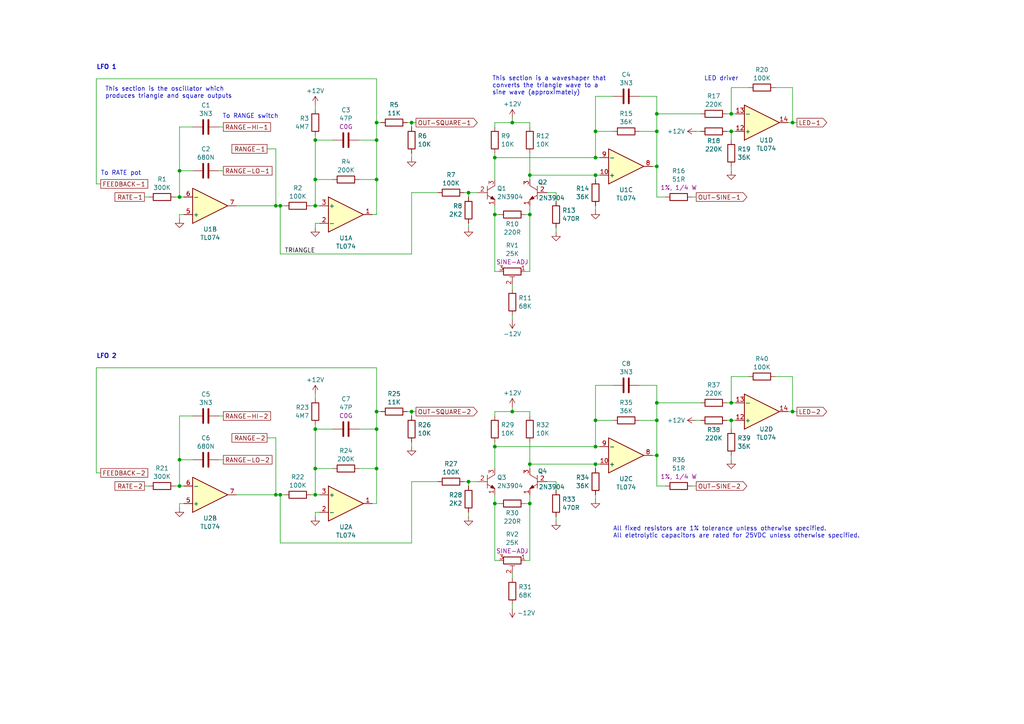
<source format=kicad_sch>
(kicad_sch (version 20231120) (generator "eeschema") (generator_version "8.0")
  (paper "A4")
  (title_block (title "Eurorack Dual LFO") (date "2024-04-30") (rev "1.0") (company "Len Popp") (comment 1 "https://lenp.net/synth/") (comment 2 "Copyright © 2024 Len Popp CC BY") (comment 3 "Dual analog LFO Eurorack module - 4HP"))
  (lib_symbols
    (symbol "-lmp-opamp:TL074" (pin_names (offset 0.127))
      (property "Reference" "U" (at 0 5.08 0))
      (property "Value" "TL074" (at 0 -5.08 0))
      (symbol "TL074_1_1"
        (pin output line (at 7.62 0 180) (length 2.54) (name "~") (number "1"))
        (pin input line (at -7.62 -2.54 0) (length 2.54) (name "-") (number "2"))
        (pin input line (at -7.62 2.54 0) (length 2.54) (name "+") (number "3"))
      )
      (symbol "TL074_2_1"
        (pin input line (at -7.62 2.54 0) (length 2.54) (name "+") (number "5"))
        (pin input line (at -7.62 -2.54 0) (length 2.54) (name "-") (number "6"))
        (pin output line (at 7.62 0 180) (length 2.54) (name "~") (number "7"))
      )
      (symbol "TL074_3_1"
        (pin input line (at -7.62 2.54 0) (length 2.54) (name "+") (number "10"))
        (pin output line (at 7.62 0 180) (length 2.54) (name "~") (number "8"))
        (pin input line (at -7.62 -2.54 0) (length 2.54) (name "-") (number "9"))
      )
      (symbol "TL074_4_1"
        (pin input line (at -7.62 2.54 0) (length 2.54) (name "+") (number "12"))
        (pin input line (at -7.62 -2.54 0) (length 2.54) (name "-") (number "13"))
        (pin output line (at 7.62 0 180) (length 2.54) (name "~") (number "14"))
      )
      (symbol "TL074_5_1"
        (pin power_in line (at -2.54 -7.62 90) (length 3.81) (name "V-") (number "11"))
        (pin power_in line (at -2.54 7.62 270) (length 3.81) (name "V+") (number "4"))
      )
    )
    (symbol "-lmp-power:+12V" (power) (pin_names (offset 0))
      (property "Value" "+12V" (at 0 3.556 0))
      (symbol "+12V_1_1"
        (pin power_in line (at 0 0 90) (length 0) hide (name "+12V") (number "1"))
      )
    )
    (symbol "-lmp-power:-12V" (power) (pin_names (offset 0))
      (property "Value" "-12V" (at 0 -3.556 0))
      (symbol "-12V_1_1"
        (pin power_in line (at 0 0 270) (length 0) hide (name "-12V") (number "1"))
      )
    )
    (symbol "-lmp-power:GND" (power) (pin_numbers hide) (pin_names (offset 0) hide)
      (symbol "GND_1_1"
        (pin power_in line (at 0 0 270) (length 0) hide (name "GND") (number "1"))
      )
    )
    (symbol "-lmp-synth:R_51R_Output" (pin_numbers hide) (pin_names (offset 0))
      (property "Reference" "R" (at -2.286 0 90))
      (property "Value" "R_51R_Output" (at 2.413 0 90))
      (property "Value2" "1%, 1/4 W" (at 4.445 0 90))
      (symbol "R_51R_Output_1_1"
        (pin passive line (at 0 3.81 270) (length 1.27) (name "~") (number "1"))
        (pin passive line (at 0 -3.81 90) (length 1.27) (name "~") (number "2"))
      )
    )
    (symbol "-lmp-synth:R_POT_TRIM_PCB_Horiz_Bourns" (pin_names (offset 1.016) hide)
      (property "Reference" "RV" (at -6.858 0 90))
      (property "Value" "R_POT_TRIM_PCB_Horiz_Bourns" (at -4.953 0 90))
      (property "Label" "[label]" (at -2.921 0 90))
      (symbol "R_POT_TRIM_PCB_Horiz_Bourns_1_1"
        (pin passive line (at 0 3.81 270) (length 1.27) (name "1") (number "1"))
        (pin passive line (at 3.81 0 180) (length 1.27) (name "2") (number "2"))
        (pin passive line (at 0 -3.81 90) (length 1.27) (name "3") (number "3"))
      )
    )
    (symbol "-lmp:CC" (pin_numbers hide) (pin_names (offset 0.254))
      (property "Reference" "C" (at 0.635 2.54 0))
      (property "Value" "CC" (at 0.635 -2.54 0))
      (symbol "CC_1_1"
        (pin passive line (at 0 3.81 270) (length 2.794) (name "~") (number "1"))
        (pin passive line (at 0 -3.81 90) (length 2.794) (name "~") (number "2"))
      )
    )
    (symbol "-lmp:CF" (pin_numbers hide) (pin_names (offset 0.254))
      (property "Reference" "C" (at 0.635 2.54 0))
      (property "Value" "CF" (at 0.635 -2.54 0))
      (symbol "CF_1_1"
        (pin passive line (at 0 3.81 270) (length 2.794) (name "~") (number "1"))
        (pin passive line (at 0 -3.81 90) (length 2.794) (name "~") (number "2"))
      )
    )
    (symbol "-lmp:Q_NPN_2N3904" (pin_names (offset 0) hide)
      (property "Reference" "Q" (at 4.445 1.905 0))
      (property "Value" "Q_NPN_2N3904" (at 4.445 0 0))
      (symbol "Q_NPN_2N3904_1_1"
        (pin passive line (at 2.54 -3.81 90) (length 1.778) (name "E") (number "1"))
        (pin passive line (at -2.54 0 0) (length 2.921) (name "B") (number "2"))
        (pin passive line (at 2.54 3.81 270) (length 1.778) (name "C") (number "3"))
      )
    )
    (symbol "-lmp:R_1%_0W166" (pin_numbers hide) (pin_names (offset 0))
      (property "Reference" "R" (at -2.286 0 90))
      (property "Value" "R_1%_0W166" (at 2.413 0 90))
      (symbol "R_1%_0W166_1_1"
        (pin passive line (at 0 3.81 270) (length 1.27) (name "~") (number "1"))
        (pin passive line (at 0 -3.81 90) (length 1.27) (name "~") (number "2"))
      )
    )
    (symbol "GND_2" (power) (pin_numbers hide) (pin_names (offset 0) hide)
      (symbol "GND_2_1_1"
        (pin power_in line (at 0 0 270) (length 0) hide (name "GND") (number "1"))
      )
    )
  )
  (junction (at 143.51 45.72))
  (junction (at 153.67 146.05))
  (junction (at 52.07 133.35))
  (junction (at 119.38 35.56))
  (junction (at 172.72 134.62))
  (junction (at 52.07 140.97))
  (junction (at 119.38 119.38))
  (junction (at 190.5 132.08))
  (junction (at 148.59 35.56))
  (junction (at 81.28 143.51))
  (junction (at 109.22 119.38))
  (junction (at 91.44 124.46))
  (junction (at 91.44 135.89))
  (junction (at 172.72 129.54))
  (junction (at 52.07 49.53))
  (junction (at 135.89 55.88))
  (junction (at 153.67 62.23))
  (junction (at 109.22 40.64))
  (junction (at 80.01 143.51))
  (junction (at 172.72 50.8))
  (junction (at 109.22 135.89))
  (junction (at 91.44 40.64))
  (junction (at 212.09 33.02))
  (junction (at 172.72 45.72))
  (junction (at 153.67 134.62))
  (junction (at 91.44 52.07))
  (junction (at 109.22 124.46))
  (junction (at 190.5 121.92))
  (junction (at 91.44 143.51))
  (junction (at 172.72 38.1))
  (junction (at 148.59 119.38))
  (junction (at 135.89 139.7))
  (junction (at 229.87 35.56))
  (junction (at 190.5 116.84))
  (junction (at 172.72 121.92))
  (junction (at 229.87 119.38))
  (junction (at 91.44 59.69))
  (junction (at 143.51 129.54))
  (junction (at 153.67 50.8))
  (junction (at 190.5 33.02))
  (junction (at 143.51 62.23))
  (junction (at 212.09 38.1))
  (junction (at 212.09 116.84))
  (junction (at 81.28 59.69))
  (junction (at 190.5 38.1))
  (junction (at 52.07 57.15))
  (junction (at 109.22 52.07))
  (junction (at 109.22 35.56))
  (junction (at 190.5 48.26))
  (junction (at 143.51 146.05))
  (junction (at 212.09 121.92))
  (junction (at 80.01 59.69))
  (wire (pts (xy 81.28 143.51) (xy 81.28 157.48)))
  (wire (pts (xy 161.29 151.13) (xy 161.29 149.86)))
  (wire (pts (xy 91.44 39.37) (xy 91.44 40.64)))
  (wire (pts (xy 109.22 146.05) (xy 109.22 135.89)))
  (wire (pts (xy 200.66 140.97) (xy 201.93 140.97)))
  (wire (pts (xy 172.72 143.51) (xy 172.72 144.78)))
  (wire (pts (xy 143.51 36.83) (xy 143.51 35.56)))
  (wire (pts (xy 52.07 146.05) (xy 52.07 147.32)))
  (wire (pts (xy 228.6 35.56) (xy 229.87 35.56)))
  (wire (pts (xy 189.23 132.08) (xy 190.5 132.08)))
  (wire (pts (xy 119.38 55.88) (xy 119.38 73.66)))
  (wire (pts (xy 153.67 50.8) (xy 153.67 52.07)))
  (wire (pts (xy 91.44 135.89) (xy 91.44 124.46)))
  (wire (pts (xy 109.22 62.23) (xy 109.22 52.07)))
  (wire (pts (xy 91.44 143.51) (xy 92.71 143.51)))
  (wire (pts (xy 55.88 133.35) (xy 52.07 133.35)))
  (wire (pts (xy 143.51 146.05) (xy 143.51 162.56)))
  (wire (pts (xy 110.49 119.38) (xy 109.22 119.38)))
  (wire (pts (xy 212.09 121.92) (xy 213.36 121.92)))
  (wire (pts (xy 201.93 121.92) (xy 203.2 121.92)))
  (wire (pts (xy 153.67 128.27) (xy 153.67 134.62)))
  (wire (pts (xy 134.62 55.88) (xy 135.89 55.88)))
  (wire (pts (xy 119.38 55.88) (xy 127 55.88)))
  (wire (pts (xy 119.38 119.38) (xy 120.65 119.38)))
  (wire (pts (xy 143.51 62.23) (xy 143.51 59.69)))
  (wire (pts (xy 64.77 36.83) (xy 63.5 36.83)))
  (wire (pts (xy 81.28 73.66) (xy 119.38 73.66)))
  (wire (pts (xy 143.51 120.65) (xy 143.51 119.38)))
  (wire (pts (xy 229.87 119.38) (xy 229.87 109.22)))
  (wire (pts (xy 55.88 36.83) (xy 52.07 36.83)))
  (wire (pts (xy 229.87 109.22) (xy 224.79 109.22)))
  (wire (pts (xy 153.67 44.45) (xy 153.67 50.8)))
  (wire (pts (xy 91.44 135.89) (xy 91.44 143.51)))
  (wire (pts (xy 190.5 57.15) (xy 190.5 48.26)))
  (wire (pts (xy 109.22 106.68) (xy 109.22 119.38)))
  (wire (pts (xy 143.51 45.72) (xy 172.72 45.72)))
  (wire (pts (xy 161.29 139.7) (xy 158.75 139.7)))
  (wire (pts (xy 153.67 62.23) (xy 153.67 78.74)))
  (wire (pts (xy 109.22 124.46) (xy 109.22 135.89)))
  (wire (pts (xy 143.51 146.05) (xy 143.51 143.51)))
  (wire (pts (xy 53.34 62.23) (xy 52.07 62.23)))
  (wire (pts (xy 135.89 139.7) (xy 135.89 140.97)))
  (wire (pts (xy 50.8 140.97) (xy 52.07 140.97)))
  (wire (pts (xy 172.72 129.54) (xy 173.99 129.54)))
  (wire (pts (xy 64.77 49.53) (xy 63.5 49.53)))
  (wire (pts (xy 91.44 114.3) (xy 91.44 115.57)))
  (wire (pts (xy 81.28 157.48) (xy 119.38 157.48)))
  (wire (pts (xy 143.51 62.23) (xy 144.78 62.23)))
  (wire (pts (xy 172.72 121.92) (xy 172.72 111.76)))
  (wire (pts (xy 41.91 57.15) (xy 43.18 57.15)))
  (wire (pts (xy 212.09 121.92) (xy 212.09 124.46)))
  (wire (pts (xy 50.8 57.15) (xy 52.07 57.15)))
  (wire (pts (xy 190.5 116.84) (xy 190.5 121.92)))
  (wire (pts (xy 152.4 78.74) (xy 153.67 78.74)))
  (wire (pts (xy 110.49 35.56) (xy 109.22 35.56)))
  (wire (pts (xy 172.72 45.72) (xy 173.99 45.72)))
  (wire (pts (xy 200.66 57.15) (xy 201.93 57.15)))
  (wire (pts (xy 119.38 35.56) (xy 118.11 35.56)))
  (wire (pts (xy 153.67 146.05) (xy 153.67 143.51)))
  (wire (pts (xy 210.82 38.1) (xy 212.09 38.1)))
  (wire (pts (xy 153.67 36.83) (xy 153.67 35.56)))
  (wire (pts (xy 153.67 134.62) (xy 153.67 135.89)))
  (wire (pts (xy 143.51 129.54) (xy 143.51 135.89)))
  (wire (pts (xy 109.22 40.64) (xy 109.22 52.07)))
  (wire (pts (xy 91.44 64.77) (xy 91.44 66.04)))
  (wire (pts (xy 161.29 58.42) (xy 161.29 55.88)))
  (wire (pts (xy 212.09 38.1) (xy 213.36 38.1)))
  (wire (pts (xy 228.6 119.38) (xy 229.87 119.38)))
  (wire (pts (xy 29.21 53.34) (xy 27.94 53.34)))
  (wire (pts (xy 152.4 162.56) (xy 153.67 162.56)))
  (wire (pts (xy 143.51 119.38) (xy 148.59 119.38)))
  (wire (pts (xy 109.22 40.64) (xy 109.22 35.56)))
  (wire (pts (xy 217.17 25.4) (xy 212.09 25.4)))
  (wire (pts (xy 135.89 55.88) (xy 135.89 57.15)))
  (wire (pts (xy 212.09 38.1) (xy 212.09 40.64)))
  (wire (pts (xy 201.93 38.1) (xy 203.2 38.1)))
  (wire (pts (xy 189.23 48.26) (xy 190.5 48.26)))
  (wire (pts (xy 135.89 64.77) (xy 135.89 66.04)))
  (wire (pts (xy 153.67 35.56) (xy 148.59 35.56)))
  (wire (pts (xy 143.51 129.54) (xy 172.72 129.54)))
  (wire (pts (xy 119.38 45.72) (xy 119.38 44.45)))
  (wire (pts (xy 190.5 38.1) (xy 185.42 38.1)))
  (wire (pts (xy 148.59 119.38) (xy 148.59 118.11)))
  (wire (pts (xy 161.29 55.88) (xy 158.75 55.88)))
  (wire (pts (xy 109.22 106.68) (xy 27.94 106.68)))
  (wire (pts (xy 81.28 143.51) (xy 82.55 143.51)))
  (wire (pts (xy 212.09 33.02) (xy 213.36 33.02)))
  (wire (pts (xy 172.72 38.1) (xy 172.72 27.94)))
  (wire (pts (xy 55.88 120.65) (xy 52.07 120.65)))
  (wire (pts (xy 109.22 22.86) (xy 27.94 22.86)))
  (wire (pts (xy 190.5 57.15) (xy 193.04 57.15)))
  (wire (pts (xy 148.59 92.71) (xy 148.59 91.44)))
  (wire (pts (xy 144.78 162.56) (xy 143.51 162.56)))
  (wire (pts (xy 27.94 106.68) (xy 27.94 137.16)))
  (wire (pts (xy 81.28 59.69) (xy 81.28 73.66)))
  (wire (pts (xy 161.29 67.31) (xy 161.29 66.04)))
  (wire (pts (xy 80.01 143.51) (xy 81.28 143.51)))
  (wire (pts (xy 143.51 45.72) (xy 143.51 52.07)))
  (wire (pts (xy 229.87 35.56) (xy 231.14 35.56)))
  (wire (pts (xy 148.59 167.64) (xy 148.59 166.37)))
  (wire (pts (xy 185.42 111.76) (xy 190.5 111.76)))
  (wire (pts (xy 91.44 123.19) (xy 91.44 124.46)))
  (wire (pts (xy 148.59 35.56) (xy 148.59 34.29)))
  (wire (pts (xy 91.44 52.07) (xy 91.44 59.69)))
  (wire (pts (xy 81.28 59.69) (xy 80.01 59.69)))
  (wire (pts (xy 190.5 116.84) (xy 203.2 116.84)))
  (wire (pts (xy 172.72 38.1) (xy 172.72 45.72)))
  (wire (pts (xy 55.88 49.53) (xy 52.07 49.53)))
  (wire (pts (xy 92.71 64.77) (xy 91.44 64.77)))
  (wire (pts (xy 52.07 62.23) (xy 52.07 63.5)))
  (wire (pts (xy 190.5 140.97) (xy 190.5 132.08)))
  (wire (pts (xy 210.82 116.84) (xy 212.09 116.84)))
  (wire (pts (xy 80.01 127) (xy 80.01 143.51)))
  (wire (pts (xy 212.09 116.84) (xy 213.36 116.84)))
  (wire (pts (xy 80.01 143.51) (xy 68.58 143.51)))
  (wire (pts (xy 210.82 121.92) (xy 212.09 121.92)))
  (wire (pts (xy 190.5 140.97) (xy 193.04 140.97)))
  (wire (pts (xy 172.72 134.62) (xy 173.99 134.62)))
  (wire (pts (xy 104.14 40.64) (xy 109.22 40.64)))
  (wire (pts (xy 53.34 146.05) (xy 52.07 146.05)))
  (wire (pts (xy 190.5 116.84) (xy 190.5 111.76)))
  (wire (pts (xy 190.5 33.02) (xy 190.5 27.94)))
  (wire (pts (xy 153.67 120.65) (xy 153.67 119.38)))
  (wire (pts (xy 177.8 38.1) (xy 172.72 38.1)))
  (wire (pts (xy 90.17 143.51) (xy 91.44 143.51)))
  (wire (pts (xy 229.87 35.56) (xy 229.87 25.4)))
  (wire (pts (xy 119.38 119.38) (xy 118.11 119.38)))
  (wire (pts (xy 91.44 30.48) (xy 91.44 31.75)))
  (wire (pts (xy 135.89 139.7) (xy 138.43 139.7)))
  (wire (pts (xy 217.17 109.22) (xy 212.09 109.22)))
  (wire (pts (xy 172.72 27.94) (xy 177.8 27.94)))
  (wire (pts (xy 29.21 137.16) (xy 27.94 137.16)))
  (wire (pts (xy 135.89 55.88) (xy 138.43 55.88)))
  (wire (pts (xy 109.22 22.86) (xy 109.22 35.56)))
  (wire (pts (xy 77.47 43.18) (xy 80.01 43.18)))
  (wire (pts (xy 172.72 50.8) (xy 173.99 50.8)))
  (wire (pts (xy 91.44 148.59) (xy 91.44 149.86)))
  (wire (pts (xy 80.01 59.69) (xy 68.58 59.69)))
  (wire (pts (xy 172.72 134.62) (xy 172.72 135.89)))
  (wire (pts (xy 143.51 44.45) (xy 143.51 45.72)))
  (wire (pts (xy 143.51 35.56) (xy 148.59 35.56)))
  (wire (pts (xy 212.09 132.08) (xy 212.09 133.35)))
  (wire (pts (xy 119.38 35.56) (xy 120.65 35.56)))
  (wire (pts (xy 96.52 52.07) (xy 91.44 52.07)))
  (wire (pts (xy 92.71 148.59) (xy 91.44 148.59)))
  (wire (pts (xy 229.87 119.38) (xy 231.14 119.38)))
  (wire (pts (xy 212.09 109.22) (xy 212.09 116.84)))
  (wire (pts (xy 109.22 52.07) (xy 104.14 52.07)))
  (wire (pts (xy 91.44 40.64) (xy 96.52 40.64)))
  (wire (pts (xy 143.51 128.27) (xy 143.51 129.54)))
  (wire (pts (xy 172.72 50.8) (xy 172.72 52.07)))
  (wire (pts (xy 172.72 59.69) (xy 172.72 60.96)))
  (wire (pts (xy 52.07 140.97) (xy 53.34 140.97)))
  (wire (pts (xy 104.14 124.46) (xy 109.22 124.46)))
  (wire (pts (xy 91.44 59.69) (xy 92.71 59.69)))
  (wire (pts (xy 119.38 36.83) (xy 119.38 35.56)))
  (wire (pts (xy 107.95 62.23) (xy 109.22 62.23)))
  (wire (pts (xy 190.5 121.92) (xy 185.42 121.92)))
  (wire (pts (xy 185.42 27.94) (xy 190.5 27.94)))
  (wire (pts (xy 143.51 62.23) (xy 143.51 78.74)))
  (wire (pts (xy 80.01 43.18) (xy 80.01 59.69)))
  (wire (pts (xy 41.91 140.97) (xy 43.18 140.97)))
  (wire (pts (xy 134.62 139.7) (xy 135.89 139.7)))
  (wire (pts (xy 172.72 111.76) (xy 177.8 111.76)))
  (wire (pts (xy 190.5 38.1) (xy 190.5 48.26)))
  (wire (pts (xy 109.22 124.46) (xy 109.22 119.38)))
  (wire (pts (xy 152.4 146.05) (xy 153.67 146.05)))
  (wire (pts (xy 148.59 176.53) (xy 148.59 175.26)))
  (wire (pts (xy 190.5 33.02) (xy 190.5 38.1)))
  (wire (pts (xy 52.07 120.65) (xy 52.07 133.35)))
  (wire (pts (xy 96.52 135.89) (xy 91.44 135.89)))
  (wire (pts (xy 161.29 142.24) (xy 161.29 139.7)))
  (wire (pts (xy 172.72 121.92) (xy 172.72 129.54)))
  (wire (pts (xy 190.5 121.92) (xy 190.5 132.08)))
  (wire (pts (xy 210.82 33.02) (xy 212.09 33.02)))
  (wire (pts (xy 52.07 133.35) (xy 52.07 140.97)))
  (wire (pts (xy 143.51 146.05) (xy 144.78 146.05)))
  (wire (pts (xy 153.67 50.8) (xy 172.72 50.8)))
  (wire (pts (xy 52.07 36.83) (xy 52.07 49.53)))
  (wire (pts (xy 153.67 146.05) (xy 153.67 162.56)))
  (wire (pts (xy 135.89 148.59) (xy 135.89 149.86)))
  (wire (pts (xy 144.78 78.74) (xy 143.51 78.74)))
  (wire (pts (xy 153.67 119.38) (xy 148.59 119.38)))
  (wire (pts (xy 152.4 62.23) (xy 153.67 62.23)))
  (wire (pts (xy 153.67 134.62) (xy 172.72 134.62)))
  (wire (pts (xy 212.09 25.4) (xy 212.09 33.02)))
  (wire (pts (xy 119.38 139.7) (xy 119.38 157.48)))
  (wire (pts (xy 90.17 59.69) (xy 91.44 59.69)))
  (wire (pts (xy 27.94 22.86) (xy 27.94 53.34)))
  (wire (pts (xy 77.47 127) (xy 80.01 127)))
  (wire (pts (xy 119.38 129.54) (xy 119.38 128.27)))
  (wire (pts (xy 91.44 124.46) (xy 96.52 124.46)))
  (wire (pts (xy 107.95 146.05) (xy 109.22 146.05)))
  (wire (pts (xy 91.44 52.07) (xy 91.44 40.64)))
  (wire (pts (xy 190.5 33.02) (xy 203.2 33.02)))
  (wire (pts (xy 148.59 83.82) (xy 148.59 82.55)))
  (wire (pts (xy 229.87 25.4) (xy 224.79 25.4)))
  (wire (pts (xy 109.22 135.89) (xy 104.14 135.89)))
  (wire (pts (xy 119.38 139.7) (xy 127 139.7)))
  (wire (pts (xy 153.67 62.23) (xy 153.67 59.69)))
  (wire (pts (xy 64.77 120.65) (xy 63.5 120.65)))
  (wire (pts (xy 64.77 133.35) (xy 63.5 133.35)))
  (wire (pts (xy 81.28 59.69) (xy 82.55 59.69)))
  (wire (pts (xy 52.07 57.15) (xy 53.34 57.15)))
  (wire (pts (xy 119.38 120.65) (xy 119.38 119.38)))
  (wire (pts (xy 177.8 121.92) (xy 172.72 121.92)))
  (wire (pts (xy 52.07 49.53) (xy 52.07 57.15)))
  (wire (pts (xy 212.09 48.26) (xy 212.09 49.53)))
  (text "LFO 2" (at 27.94 104.14 0) (effects (font (size 1.27 1.27) (thickness 0.254) (bold yes)) (justify left bottom)))
  (text "All fixed resistors are 1% tolerance unless otherwise specified.\nAll eletrolytic capacitors are rated for 25VDC unless otherwise specified." (at 177.8 156.21 0) (effects (font (size 1.27 1.27)) (justify left bottom)))
  (text "LED driver" (at 204.216 22.86 0) (effects (font (size 1.27 1.27)) (justify left)))
  (text "To RANGE switch" (at 64.516 33.782 0) (effects (font (size 1.27 1.27)) (justify left)))
  (text "This section is the oscillator which\nproduces triangle and square outputs" (at 30.48 26.924 0) (effects (font (size 1.27 1.27)) (justify left)))
  (text "Front Panel & Power" (at 304.8 21.59 0) (effects (font (size 2.54 2.54) (thickness 0.508) (bold yes)) (justify left bottom)))
  (text "LFO 1" (at 27.94 20.32 0) (effects (font (size 1.27 1.27) (thickness 0.254) (bold yes)) (justify left bottom)))
  (text "This section is a waveshaper that\nconverts the triangle wave to a\nsine wave (approximately)" (at 142.748 24.892 0) (effects (font (size 1.27 1.27)) (justify left)))
  (text "To RATE pot" (at 29.21 50.292 0) (effects (font (size 1.27 1.27)) (justify left)))
  (label "TRIANGLE" (at 82.55 73.66 0))
  (global_label "RATE-2" (shape passive) (at 41.91 140.97 180) (property "Intersheetrefs" "${INTERSHEET_REFS}" (effects (hide yes))))
  (global_label "RANGE-HI-2" (shape passive) (at 64.77 120.65 0) (property "Intersheetrefs" "${INTERSHEET_REFS}" (effects (hide yes))))
  (global_label "RANGE-2" (shape passive) (at 77.47 127 180) (property "Intersheetrefs" "${INTERSHEET_REFS}" (effects (hide yes))))
  (global_label "RANGE-LO-2" (shape passive) (at 64.77 133.35 0) (property "Intersheetrefs" "${INTERSHEET_REFS}" (effects (hide yes))))
  (global_label "RATE-1" (shape passive) (at 41.91 57.15 180) (property "Intersheetrefs" "${INTERSHEET_REFS}" (effects (hide yes))))
  (global_label "RANGE-LO-1" (shape passive) (at 64.77 49.53 0) (property "Intersheetrefs" "${INTERSHEET_REFS}" (effects (hide yes))))
  (global_label "OUT-SQUARE-2" (shape output) (at 120.65 119.38 0) (property "Intersheetrefs" "${INTERSHEET_REFS}" (effects (hide yes))))
  (global_label "FEEDBACK-2" (shape passive) (at 29.21 137.16 0) (property "Intersheetrefs" "${INTERSHEET_REFS}" (effects (hide yes))))
  (global_label "OUT-SINE-1" (shape output) (at 201.93 57.15 0) (property "Intersheetrefs" "${INTERSHEET_REFS}" (effects (hide yes))))
  (global_label "OUT-SQUARE-1" (shape output) (at 120.65 35.56 0) (property "Intersheetrefs" "${INTERSHEET_REFS}" (effects (hide yes))))
  (global_label "FEEDBACK-1" (shape passive) (at 29.21 53.34 0) (property "Intersheetrefs" "${INTERSHEET_REFS}" (effects (hide yes))))
  (global_label "RANGE-HI-1" (shape passive) (at 64.77 36.83 0) (property "Intersheetrefs" "${INTERSHEET_REFS}" (effects (hide yes))))
  (global_label "OUT-SINE-2" (shape output) (at 201.93 140.97 0) (property "Intersheetrefs" "${INTERSHEET_REFS}" (effects (hide yes))))
  (global_label "RANGE-1" (shape passive) (at 77.47 43.18 180) (property "Intersheetrefs" "${INTERSHEET_REFS}" (effects (hide yes))))
  (global_label "LED-2" (shape output) (at 231.14 119.38 0) (property "Intersheetrefs" "${INTERSHEET_REFS}" (effects (hide yes))))
  (global_label "LED-1" (shape output) (at 231.14 35.56 0) (property "Intersheetrefs" "${INTERSHEET_REFS}" (effects (hide yes))))
  (symbol (lib_id "-lmp:R_1%_0W166") (at 207.01 38.1 90) (unit 1)
    (property "Reference" "R18" (at 207.01 40.8361 90))
    (property "Value" "220K" (at 207.01 43.2604 90))
    (property "Footprint" "-lmp-misc:R_Axial_DIN0207_L6.3mm_D2.5mm_P7.62mm_Horizontal" (effects (hide yes)))
    (property "Datasheet" "https://www.mouser.ca/datasheet/2/447/YAGEO_MFR_datasheet_2023v3-3324391.pdf" (effects (hide yes)))
    (property "Description" "Resistor" (effects (hide yes)))
    (property "Manufacturer" "YAGEO" (effects (hide yes)))
    (property "ManufacturerPartNum" "MFR-12FTF52-220K" (effects (hide yes)))
    (property "Distributor" "Mouser" (effects (hide yes)))
    (property "DistributorPartNum" "603-MFR-12FTF52-220K" (effects (hide yes)))
    (property "DistributorPartLink" "https://www.mouser.ca/ProductDetail/YAGEO/MFR-12FTF52-220K?qs=oAGoVhmvjhzRYglFF6%2Fz8A%3D%3D" (effects (hide yes)))
    (property "Value2" "1%, 1/6 W" (effects (hide yes)))
  )
  (symbol (lib_id "-lmp:R_1%_0W166") (at 143.51 124.46 0) (unit 1)
    (property "Reference" "R29" (at 145.288 123.2479 0) (effects (justify left)))
    (property "Value" "10K" (at 145.288 125.6721 0) (effects (justify left)))
    (property "Footprint" "-lmp-misc:R_Axial_DIN0207_L6.3mm_D2.5mm_P7.62mm_Horizontal" (effects (hide yes)))
    (property "Datasheet" "https://www.mouser.ca/datasheet/2/447/YAGEO_MFR_datasheet_2023v3-3324391.pdf" (effects (hide yes)))
    (property "Description" "Resistor" (effects (hide yes)))
    (property "Manufacturer" "YAGEO" (effects (hide yes)))
    (property "ManufacturerPartNum" "MFR-12FTF52-10K" (effects (hide yes)))
    (property "Distributor" "Mouser" (effects (hide yes)))
    (property "DistributorPartNum" "603-MFR-12FTF52-10K" (effects (hide yes)))
    (property "DistributorPartLink" "https://www.mouser.ca/ProductDetail/YAGEO/MFR-12FTF52-10K?qs=oAGoVhmvjhzLlUYKKBtdYQ%3D%3D" (effects (hide yes)))
    (property "Value2" "1%, 1/6 W" (effects (hide yes)))
  )
  (symbol (lib_id "-lmp:CF") (at 181.61 111.76 90) (unit 1)
    (property "Reference" "C8" (at 181.61 105.4565 90))
    (property "Value" "3N3" (at 181.61 107.8808 90))
    (property "Footprint" "-lmp-misc:C_Rect_Kemet_L7.2mm_W2.5mm_P5mm" (effects (hide yes)))
    (property "Datasheet" "https://www.mouser.ca/datasheet/2/447/KEM_F3101_R82-3316969.pdf" (effects (hide yes)))
    (property "Description" "Capacitor - Film" (effects (hide yes)))
    (property "Manufacturer" "KEMET" (effects (hide yes)))
    (property "ManufacturerPartNum" "R82EC1330JE50J" (effects (hide yes)))
    (property "Distributor" "Mouser" (effects (hide yes)))
    (property "DistributorPartNum" "80-R82EC1330JE50J" (effects (hide yes)))
    (property "DistributorPartLink" "https://www.mouser.ca/ProductDetail/KEMET/R82EC1330JE50J?qs=Jv4FAWB%252B0HaKxYy7WO79fg%3D%3D" (effects (hide yes)))
  )
  (symbol (lib_id "-lmp:R_1%_0W166") (at 100.33 52.07 90) (unit 1)
    (property "Reference" "R4" (at 100.33 46.9095 90))
    (property "Value" "200K" (at 100.33 49.3338 90))
    (property "Footprint" "-lmp-misc:R_Axial_DIN0207_L6.3mm_D2.5mm_P7.62mm_Horizontal" (effects (hide yes)))
    (property "Datasheet" "https://www.mouser.ca/datasheet/2/447/YAGEO_MFR_datasheet_2023v3-3324391.pdf" (effects (hide yes)))
    (property "Description" "Resistor" (effects (hide yes)))
    (property "Manufacturer" "YAGEO" (effects (hide yes)))
    (property "ManufacturerPartNum" "MFR-12FTF52-200K" (effects (hide yes)))
    (property "Distributor" "Mouser" (effects (hide yes)))
    (property "DistributorPartNum" "603-MFR-12FTF52-200K" (effects (hide yes)))
    (property "DistributorPartLink" "https://www.mouser.ca/ProductDetail/YAGEO/MFR-12FTF52-200K?qs=oAGoVhmvjhzyXGTT6oqbfw%3D%3D" (effects (hide yes)))
    (property "Value2" "1%, 1/6 W" (effects (hide yes)))
  )
  (symbol (lib_id "-lmp:R_1%_0W166") (at 86.36 143.51 90) (unit 1)
    (property "Reference" "R22" (at 86.36 138.3495 90))
    (property "Value" "100K" (at 86.36 140.7738 90))
    (property "Footprint" "-lmp-misc:R_Axial_DIN0207_L6.3mm_D2.5mm_P7.62mm_Horizontal" (effects (hide yes)))
    (property "Datasheet" "https://www.mouser.ca/datasheet/2/447/YAGEO_MFR_datasheet_2023v3-3324391.pdf" (effects (hide yes)))
    (property "Description" "Resistor" (effects (hide yes)))
    (property "Manufacturer" "YAGEO" (effects (hide yes)))
    (property "ManufacturerPartNum" "MFR-12FTF52-100K" (effects (hide yes)))
    (property "Distributor" "Mouser" (effects (hide yes)))
    (property "DistributorPartNum" "603-MFR-12FTF52-100K" (effects (hide yes)))
    (property "DistributorPartLink" "https://www.mouser.ca/ProductDetail/YAGEO/MFR-12FTF52-100K?qs=oAGoVhmvjhxn7uX6J9%2FOug%3D%3D" (effects (hide yes)))
    (property "Value2" "1%, 1/6 W" (effects (hide yes)))
  )
  (symbol (lib_id "-lmp-power:GND") (at 119.38 129.54 0) (unit 1)
    (property "Reference" "#PWR021" (effects (hide yes)))
    (property "Value" "GND" (effects (hide yes)))
    (property "Description" "Power symbol creates a global label with name \"GND\" , ground" (effects (hide yes)))
  )
  (symbol (lib_id "-lmp-opamp:TL074") (at 181.61 132.08 0) (mirror x) (unit 3)
    (property "Reference" "U2" (at 181.61 138.8801 0))
    (property "Value" "TL074" (at 181.61 141.3044 0))
    (property "Footprint" "Package_DIP:DIP-14_W7.62mm" (effects (hide yes)))
    (property "Datasheet" "http://www.ti.com/lit/ds/symlink/tl071.pdf" (effects (hide yes)))
    (property "Description" "Quad Low-Noise JFET-Input Operational Amplifiers, DIP-14/SOIC-14" (effects (hide yes)))
    (property "Manufacturer" "Texas Instruments" (effects (hide yes)))
    (property "ManufacturerPartNum" "TL074BCN" (effects (hide yes)))
    (property "Distributor" "Mouser" (effects (hide yes)))
    (property "DistributorPartNum" "595-TL074BCN" (effects (hide yes)))
    (property "DistributorPartLink" "https://www.mouser.ca/ProductDetail/?qs=vxEfx8VrU7BHurOY5iQdiA%3D%3D" (effects (hide yes)))
  )
  (symbol (lib_id "-lmp:R_1%_0W166") (at 143.51 40.64 0) (unit 1)
    (property "Reference" "R9" (at 145.288 39.4279 0) (effects (justify left)))
    (property "Value" "10K" (at 145.288 41.8521 0) (effects (justify left)))
    (property "Footprint" "-lmp-misc:R_Axial_DIN0207_L6.3mm_D2.5mm_P7.62mm_Horizontal" (effects (hide yes)))
    (property "Datasheet" "https://www.mouser.ca/datasheet/2/447/YAGEO_MFR_datasheet_2023v3-3324391.pdf" (effects (hide yes)))
    (property "Description" "Resistor" (effects (hide yes)))
    (property "Manufacturer" "YAGEO" (effects (hide yes)))
    (property "ManufacturerPartNum" "MFR-12FTF52-10K" (effects (hide yes)))
    (property "Distributor" "Mouser" (effects (hide yes)))
    (property "DistributorPartNum" "603-MFR-12FTF52-10K" (effects (hide yes)))
    (property "DistributorPartLink" "https://www.mouser.ca/ProductDetail/YAGEO/MFR-12FTF52-10K?qs=oAGoVhmvjhzLlUYKKBtdYQ%3D%3D" (effects (hide yes)))
    (property "Value2" "1%, 1/6 W" (effects (hide yes)))
  )
  (symbol (lib_id "-lmp-power:+12V") (at 148.59 118.11 0) (unit 1)
    (property "Reference" "#PWR023" (effects (hide yes)))
    (property "Value" "+12V" (at 148.59 113.9769 0))
  )
  (symbol (lib_id "-lmp-power:GND") (at 212.09 133.35 0) (unit 1)
    (property "Reference" "#PWR028" (effects (hide yes)))
    (property "Value" "GND" (effects (hide yes)))
    (property "Description" "Power symbol creates a global label with name \"GND\" , ground" (effects (hide yes)))
  )
  (symbol (lib_id "-lmp:CF") (at 59.69 36.83 90) (unit 1)
    (property "Reference" "C1" (at 59.69 30.5265 90))
    (property "Value" "3N3" (at 59.69 32.9508 90))
    (property "Footprint" "-lmp-misc:C_Rect_Kemet_L7.2mm_W2.5mm_P5mm" (effects (hide yes)))
    (property "Datasheet" "https://www.mouser.ca/datasheet/2/447/KEM_F3101_R82-3316969.pdf" (effects (hide yes)))
    (property "Description" "Capacitor - Film" (effects (hide yes)))
    (property "Manufacturer" "KEMET" (effects (hide yes)))
    (property "ManufacturerPartNum" "R82EC1330JE50J" (effects (hide yes)))
    (property "Distributor" "Mouser" (effects (hide yes)))
    (property "DistributorPartNum" "80-R82EC1330JE50J" (effects (hide yes)))
    (property "DistributorPartLink" "https://www.mouser.ca/ProductDetail/KEMET/R82EC1330JE50J?qs=Jv4FAWB%252B0HaKxYy7WO79fg%3D%3D" (effects (hide yes)))
  )
  (symbol (lib_id "-lmp-opamp:TL074") (at 181.61 48.26 0) (mirror x) (unit 3)
    (property "Reference" "U1" (at 181.61 55.0601 0))
    (property "Value" "TL074" (at 181.61 57.4844 0))
    (property "Footprint" "Package_DIP:DIP-14_W7.62mm" (effects (hide yes)))
    (property "Datasheet" "http://www.ti.com/lit/ds/symlink/tl071.pdf" (effects (hide yes)))
    (property "Description" "Quad Low-Noise JFET-Input Operational Amplifiers, DIP-14/SOIC-14" (effects (hide yes)))
    (property "Manufacturer" "Texas Instruments" (effects (hide yes)))
    (property "ManufacturerPartNum" "TL074BCN" (effects (hide yes)))
    (property "Distributor" "Mouser" (effects (hide yes)))
    (property "DistributorPartNum" "595-TL074BCN" (effects (hide yes)))
    (property "DistributorPartLink" "https://www.mouser.ca/ProductDetail/?qs=vxEfx8VrU7BHurOY5iQdiA%3D%3D" (effects (hide yes)))
  )
  (symbol (lib_id "-lmp:R_1%_0W166") (at 153.67 40.64 0) (unit 1)
    (property "Reference" "R12" (at 155.448 39.4279 0) (effects (justify left)))
    (property "Value" "10K" (at 155.448 41.8521 0) (effects (justify left)))
    (property "Footprint" "-lmp-misc:R_Axial_DIN0207_L6.3mm_D2.5mm_P7.62mm_Horizontal" (effects (hide yes)))
    (property "Datasheet" "https://www.mouser.ca/datasheet/2/447/YAGEO_MFR_datasheet_2023v3-3324391.pdf" (effects (hide yes)))
    (property "Description" "Resistor" (effects (hide yes)))
    (property "Manufacturer" "YAGEO" (effects (hide yes)))
    (property "ManufacturerPartNum" "MFR-12FTF52-10K" (effects (hide yes)))
    (property "Distributor" "Mouser" (effects (hide yes)))
    (property "DistributorPartNum" "603-MFR-12FTF52-10K" (effects (hide yes)))
    (property "DistributorPartLink" "https://www.mouser.ca/ProductDetail/YAGEO/MFR-12FTF52-10K?qs=oAGoVhmvjhzLlUYKKBtdYQ%3D%3D" (effects (hide yes)))
    (property "Value2" "1%, 1/6 W" (effects (hide yes)))
  )
  (symbol (lib_id "-lmp:CF") (at 181.61 27.94 90) (unit 1)
    (property "Reference" "C4" (at 181.61 21.6365 90))
    (property "Value" "3N3" (at 181.61 24.0608 90))
    (property "Footprint" "-lmp-misc:C_Rect_Kemet_L7.2mm_W2.5mm_P5mm" (effects (hide yes)))
    (property "Datasheet" "https://www.mouser.ca/datasheet/2/447/KEM_F3101_R82-3316969.pdf" (effects (hide yes)))
    (property "Description" "Capacitor - Film" (effects (hide yes)))
    (property "Manufacturer" "KEMET" (effects (hide yes)))
    (property "ManufacturerPartNum" "R82EC1330JE50J" (effects (hide yes)))
    (property "Distributor" "Mouser" (effects (hide yes)))
    (property "DistributorPartNum" "80-R82EC1330JE50J" (effects (hide yes)))
    (property "DistributorPartLink" "https://www.mouser.ca/ProductDetail/KEMET/R82EC1330JE50J?qs=Jv4FAWB%252B0HaKxYy7WO79fg%3D%3D" (effects (hide yes)))
  )
  (symbol (lib_id "-lmp-power:+12V") (at 201.93 121.92 90) (unit 1)
    (property "Reference" "#PWR027" (effects (hide yes)))
    (property "Value" "+12V" (at 198.755 121.92 90) (effects (justify left)))
    (property "Description" "Power symbol creates a global label with name \"+12V\"" (effects (hide yes)))
  )
  (symbol (lib_id "-lmp:Q_NPN_2N3904") (at 140.97 139.7 0) (unit 1)
    (property "Reference" "Q3" (at 144.145 138.4879 0) (effects (justify left)))
    (property "Value" "2N3904" (at 144.145 140.9121 0) (effects (justify left)))
    (property "Footprint" "-lmp-misc:TO-92_Inline_Wide" (effects (hide yes)))
    (property "Datasheet" "https://www.onsemi.com/pub/Collateral/2N3903-D.PDF" (effects (hide yes)))
    (property "Description" "Small Signal NPN Transistor, 0.2A Ic, 40V Vce, TO-92" (effects (hide yes)))
    (property "Manufacturer" "Central Semiconductor" (effects (hide yes)))
    (property "ManufacturerPartNum" "2N3904 PBFREE" (effects (hide yes)))
    (property "Distributor" "Mouser" (effects (hide yes)))
    (property "DistributorPartNum" "610-2N3904" (effects (hide yes)))
    (property "DistributorPartLink" "https://www.mouser.ca/ProductDetail/Central-Semiconductor/2N3904-PBFREE?qs=u16ybLDytRZopNVvg2vJjA%3D%3D" (effects (hide yes)))
  )
  (symbol (lib_id "-lmp:CC") (at 100.33 40.64 90) (unit 1)
    (property "Reference" "C3" (at 100.33 31.9123 90))
    (property "Value" "47P" (at 100.33 34.3366 90))
    (property "Footprint" "-lmp-misc:C_Disc_D5.0mm_W2.5mm_P2.50mm" (effects (hide yes)))
    (property "Datasheet" "https://www.vishay.com/docs/45171/kseries.pdf" (effects (hide yes)))
    (property "Description" "Capacitor - Ceramic" (effects (hide yes)))
    (property "Manufacturer" "Vishay" (effects (hide yes)))
    (property "ManufacturerPartNum" "K470J15C0GF53L2" (effects (hide yes)))
    (property "Distributor" "Mouser" (effects (hide yes)))
    (property "DistributorPartNum" "594-K470J15C0GF53L2" (effects (hide yes)))
    (property "DistributorPartLink" "https://www.mouser.ca/ProductDetail/Vishay-BC-Components/K470J15C0GF53L2?qs=0lkCALImJFekxt0Idj4Frg%3D%3D" (effects (hide yes)))
    (property "Value2" "C0G" (at 100.33 36.7609 90))
  )
  (symbol (lib_id "-lmp:R_1%_0W166") (at 119.38 40.64 0) (unit 1)
    (property "Reference" "R6" (at 121.158 39.4278 0) (effects (justify left)))
    (property "Value" "10K" (at 121.158 41.8521 0) (effects (justify left)))
    (property "Footprint" "-lmp-misc:R_Axial_DIN0207_L6.3mm_D2.5mm_P7.62mm_Horizontal" (effects (hide yes)))
    (property "Datasheet" "https://www.mouser.ca/datasheet/2/447/YAGEO_MFR_datasheet_2023v3-3324391.pdf" (effects (hide yes)))
    (property "Description" "Resistor" (effects (hide yes)))
    (property "Manufacturer" "YAGEO" (effects (hide yes)))
    (property "ManufacturerPartNum" "MFR-12FTF52-10K" (effects (hide yes)))
    (property "Distributor" "Mouser" (effects (hide yes)))
    (property "DistributorPartNum" "603-MFR-12FTF52-10K" (effects (hide yes)))
    (property "DistributorPartLink" "https://www.mouser.ca/ProductDetail/YAGEO/MFR-12FTF52-10K?qs=oAGoVhmvjhzLlUYKKBtdYQ%3D%3D" (effects (hide yes)))
    (property "Value2" "1%, 1/6 W" (effects (hide yes)))
  )
  (symbol (lib_id "-lmp-opamp:TL074") (at 100.33 146.05 0) (unit 1)
    (property "Reference" "U2" (at 100.33 152.8501 0))
    (property "Value" "TL074" (at 100.33 155.2744 0))
    (property "Footprint" "Package_DIP:DIP-14_W7.62mm" (effects (hide yes)))
    (property "Datasheet" "http://www.ti.com/lit/ds/symlink/tl071.pdf" (effects (hide yes)))
    (property "Description" "Quad Low-Noise JFET-Input Operational Amplifiers, DIP-14/SOIC-14" (effects (hide yes)))
    (property "Manufacturer" "Texas Instruments" (effects (hide yes)))
    (property "ManufacturerPartNum" "TL074BCN" (effects (hide yes)))
    (property "Distributor" "Mouser" (effects (hide yes)))
    (property "DistributorPartNum" "595-TL074BCN" (effects (hide yes)))
    (property "DistributorPartLink" "https://www.mouser.ca/ProductDetail/?qs=vxEfx8VrU7BHurOY5iQdiA%3D%3D" (effects (hide yes)))
  )
  (symbol (lib_id "-lmp:R_1%_0W166") (at 181.61 121.92 90) (unit 1)
    (property "Reference" "R35" (at 181.61 116.7595 90))
    (property "Value" "36K" (at 181.61 119.1838 90))
    (property "Footprint" "-lmp-misc:R_Axial_DIN0207_L6.3mm_D2.5mm_P7.62mm_Horizontal" (effects (hide yes)))
    (property "Datasheet" "https://www.mouser.ca/datasheet/2/447/YAGEO_MFR_datasheet_2023v3-3324391.pdf" (effects (hide yes)))
    (property "Description" "Resistor" (effects (hide yes)))
    (property "Manufacturer" "YAGEO" (effects (hide yes)))
    (property "ManufacturerPartNum" "MFR-12FTF52-36K" (effects (hide yes)))
    (property "Distributor" "Mouser" (effects (hide yes)))
    (property "DistributorPartNum" "603-MFR-12FTF52-36K" (effects (hide yes)))
    (property "DistributorPartLink" "https://www.mouser.ca/ProductDetail/YAGEO/MFR-12FTF52-36K?qs=oAGoVhmvjhyIq6EO5blb%252BQ%3D%3D" (effects (hide yes)))
    (property "Value2" "1%, 1/6 W" (effects (hide yes)))
  )
  (symbol (lib_id "-lmp:Q_NPN_2N3904") (at 156.21 139.7 0) (mirror y) (unit 1)
    (property "Reference" "Q4" (at 158.75 136.652 0) (effects (justify left)))
    (property "Value" "2N3904" (at 163.83 141.224 0) (effects (justify left)))
    (property "Footprint" "-lmp-misc:TO-92_Inline_Wide" (effects (hide yes)))
    (property "Datasheet" "https://www.onsemi.com/pub/Collateral/2N3903-D.PDF" (effects (hide yes)))
    (property "Description" "Small Signal NPN Transistor, 0.2A Ic, 40V Vce, TO-92" (effects (hide yes)))
    (property "Manufacturer" "Central Semiconductor" (effects (hide yes)))
    (property "ManufacturerPartNum" "2N3904 PBFREE" (effects (hide yes)))
    (property "Distributor" "Mouser" (effects (hide yes)))
    (property "DistributorPartNum" "610-2N3904" (effects (hide yes)))
    (property "DistributorPartLink" "https://www.mouser.ca/ProductDetail/Central-Semiconductor/2N3904-PBFREE?qs=u16ybLDytRZopNVvg2vJjA%3D%3D" (effects (hide yes)))
  )
  (symbol (lib_id "-lmp-synth:R_POT_TRIM_PCB_Horiz_Bourns") (at 148.59 78.74 270) (unit 1)
    (property "Reference" "RV1" (at 148.59 71.1553 90))
    (property "Value" "25K" (at 148.59 73.5796 90))
    (property "Footprint" "-lmp-synth:Potentiometer_Bourns_3296W_Vertical" (effects (hide yes)))
    (property "Datasheet" "https://www.mouser.ca/datasheet/2/54/pv36-907345.pdf" (effects (hide yes)))
    (property "Description" "Trim-potentiometer" (effects (hide yes)))
    (property "Label" "SINE-ADJ" (at 148.59 76.0039 90))
    (property "Manufacturer" "Bourns" (effects (hide yes)))
    (property "ManufacturerPartNum" "PV36W253C01B00" (effects (hide yes)))
    (property "Distributor" "Mouser" (effects (hide yes)))
    (property "DistributorPartNum" "81-PV36W253C01B00" (effects (hide yes)))
    (property "DistributorPartLink" "https://www.mouser.ca/ProductDetail/Bourns/PV36W253C01B00?qs=iLpuOiyXdNEZfHLQPbI%252BMg%3D%3D" (effects (hide yes)))
  )
  (symbol (lib_id "-lmp:R_1%_0W166") (at 207.01 116.84 90) (unit 1)
    (property "Reference" "R37" (at 207.01 111.6795 90))
    (property "Value" "220K" (at 207.01 114.1038 90))
    (property "Footprint" "-lmp-misc:R_Axial_DIN0207_L6.3mm_D2.5mm_P7.62mm_Horizontal" (effects (hide yes)))
    (property "Datasheet" "https://www.mouser.ca/datasheet/2/447/YAGEO_MFR_datasheet_2023v3-3324391.pdf" (effects (hide yes)))
    (property "Description" "Resistor" (effects (hide yes)))
    (property "Manufacturer" "YAGEO" (effects (hide yes)))
    (property "ManufacturerPartNum" "MFR-12FTF52-220K" (effects (hide yes)))
    (property "Distributor" "Mouser" (effects (hide yes)))
    (property "DistributorPartNum" "603-MFR-12FTF52-220K" (effects (hide yes)))
    (property "DistributorPartLink" "https://www.mouser.ca/ProductDetail/YAGEO/MFR-12FTF52-220K?qs=oAGoVhmvjhzRYglFF6%2Fz8A%3D%3D" (effects (hide yes)))
    (property "Value2" "1%, 1/6 W" (effects (hide yes)))
  )
  (symbol (lib_id "-lmp:R_1%_0W166") (at 135.89 60.96 180) (unit 1)
    (property "Reference" "R8" (at 134.112 59.7478 0) (effects (justify left)))
    (property "Value" "2K2" (at 134.112 62.1721 0) (effects (justify left)))
    (property "Footprint" "-lmp-misc:R_Axial_DIN0207_L6.3mm_D2.5mm_P7.62mm_Horizontal" (effects (hide yes)))
    (property "Datasheet" "https://www.mouser.ca/datasheet/2/447/YAGEO_MFR_datasheet_2023v3-3324391.pdf" (effects (hide yes)))
    (property "Description" "Resistor" (effects (hide yes)))
    (property "Manufacturer" "YAGEO" (effects (hide yes)))
    (property "ManufacturerPartNum" "MFR-12FTF52-2K2" (effects (hide yes)))
    (property "Distributor" "Mouser" (effects (hide yes)))
    (property "DistributorPartNum" "603-MFR-12FTF52-2K2" (effects (hide yes)))
    (property "DistributorPartLink" "https://www.mouser.ca/ProductDetail/YAGEO/MFR-12FTF52-2K2?qs=oAGoVhmvjhyDYjSfkwEmQQ%3D%3D" (effects (hide yes)))
    (property "Value2" "1%, 1/6 W" (effects (hide yes)))
  )
  (symbol (lib_id "-lmp-opamp:TL074") (at 60.96 143.51 0) (mirror x) (unit 2)
    (property "Reference" "U2" (at 60.96 150.3101 0))
    (property "Value" "TL074" (at 60.96 152.7344 0))
    (property "Footprint" "Package_DIP:DIP-14_W7.62mm" (effects (hide yes)))
    (property "Datasheet" "http://www.ti.com/lit/ds/symlink/tl071.pdf" (effects (hide yes)))
    (property "Description" "Quad Low-Noise JFET-Input Operational Amplifiers, DIP-14/SOIC-14" (effects (hide yes)))
    (property "Manufacturer" "Texas Instruments" (effects (hide yes)))
    (property "ManufacturerPartNum" "TL074BCN" (effects (hide yes)))
    (property "Distributor" "Mouser" (effects (hide yes)))
    (property "DistributorPartNum" "595-TL074BCN" (effects (hide yes)))
    (property "DistributorPartLink" "https://www.mouser.ca/ProductDetail/?qs=vxEfx8VrU7BHurOY5iQdiA%3D%3D" (effects (hide yes)))
  )
  (symbol (lib_id "-lmp:CC") (at 100.33 124.46 90) (unit 1)
    (property "Reference" "C7" (at 100.33 115.7323 90))
    (property "Value" "47P" (at 100.33 118.1566 90))
    (property "Footprint" "-lmp-misc:C_Disc_D5.0mm_W2.5mm_P2.50mm" (effects (hide yes)))
    (property "Datasheet" "https://www.vishay.com/docs/45171/kseries.pdf" (effects (hide yes)))
    (property "Description" "Capacitor - Ceramic" (effects (hide yes)))
    (property "Manufacturer" "Vishay" (effects (hide yes)))
    (property "ManufacturerPartNum" "K470J15C0GF53L2" (effects (hide yes)))
    (property "Distributor" "Mouser" (effects (hide yes)))
    (property "DistributorPartNum" "594-K470J15C0GF53L2" (effects (hide yes)))
    (property "DistributorPartLink" "https://www.mouser.ca/ProductDetail/Vishay-BC-Components/K470J15C0GF53L2?qs=0lkCALImJFekxt0Idj4Frg%3D%3D" (effects (hide yes)))
    (property "Value2" "C0G" (at 100.33 120.5809 90))
  )
  (symbol (lib_id "-lmp:R_1%_0W166") (at 86.36 59.69 90) (unit 1)
    (property "Reference" "R2" (at 86.36 54.5295 90))
    (property "Value" "100K" (at 86.36 56.9538 90))
    (property "Footprint" "-lmp-misc:R_Axial_DIN0207_L6.3mm_D2.5mm_P7.62mm_Horizontal" (effects (hide yes)))
    (property "Datasheet" "https://www.mouser.ca/datasheet/2/447/YAGEO_MFR_datasheet_2023v3-3324391.pdf" (effects (hide yes)))
    (property "Description" "Resistor" (effects (hide yes)))
    (property "Manufacturer" "YAGEO" (effects (hide yes)))
    (property "ManufacturerPartNum" "MFR-12FTF52-100K" (effects (hide yes)))
    (property "Distributor" "Mouser" (effects (hide yes)))
    (property "DistributorPartNum" "603-MFR-12FTF52-100K" (effects (hide yes)))
    (property "DistributorPartLink" "https://www.mouser.ca/ProductDetail/YAGEO/MFR-12FTF52-100K?qs=oAGoVhmvjhxn7uX6J9%2FOug%3D%3D" (effects (hide yes)))
    (property "Value2" "1%, 1/6 W" (effects (hide yes)))
  )
  (symbol (lib_id "-lmp-power:GND") (at 52.07 147.32 0) (unit 1)
    (property "Reference" "#PWR018" (effects (hide yes)))
    (property "Value" "GND" (effects (hide yes)))
    (property "Description" "Power symbol creates a global label with name \"GND\" , ground" (effects (hide yes)))
  )
  (symbol (lib_name "GND_2") (lib_id "-lmp-power:GND") (at 161.29 67.31 0) (unit 1)
    (property "Reference" "#PWR08" (effects (hide yes)))
    (property "Value" "GND" (effects (hide yes)))
  )
  (symbol (lib_id "-lmp-opamp:TL074") (at 220.98 119.38 0) (mirror x) (unit 4)
    (property "Reference" "U2" (at 222.25 124.46 0))
    (property "Value" "TL074" (at 222.25 126.8843 0))
    (property "Footprint" "Package_DIP:DIP-14_W7.62mm" (effects (hide yes)))
    (property "Datasheet" "http://www.ti.com/lit/ds/symlink/tl071.pdf" (effects (hide yes)))
    (property "Description" "Quad Low-Noise JFET-Input Operational Amplifiers, DIP-14/SOIC-14" (effects (hide yes)))
    (property "Manufacturer" "Texas Instruments" (effects (hide yes)))
    (property "ManufacturerPartNum" "TL074BCN" (effects (hide yes)))
    (property "Distributor" "Mouser" (effects (hide yes)))
    (property "DistributorPartNum" "595-TL074BCN" (effects (hide yes)))
    (property "DistributorPartLink" "https://www.mouser.ca/ProductDetail/?qs=vxEfx8VrU7BHurOY5iQdiA%3D%3D" (effects (hide yes)))
  )
  (symbol (lib_id "-lmp:R_1%_0W166") (at 181.61 38.1 90) (unit 1)
    (property "Reference" "R15" (at 181.61 32.9395 90))
    (property "Value" "36K" (at 181.61 35.3638 90))
    (property "Footprint" "-lmp-misc:R_Axial_DIN0207_L6.3mm_D2.5mm_P7.62mm_Horizontal" (effects (hide yes)))
    (property "Datasheet" "https://www.mouser.ca/datasheet/2/447/YAGEO_MFR_datasheet_2023v3-3324391.pdf" (effects (hide yes)))
    (property "Description" "Resistor" (effects (hide yes)))
    (property "Manufacturer" "YAGEO" (effects (hide yes)))
    (property "ManufacturerPartNum" "MFR-12FTF52-36K" (effects (hide yes)))
    (property "Distributor" "Mouser" (effects (hide yes)))
    (property "DistributorPartNum" "603-MFR-12FTF52-36K" (effects (hide yes)))
    (property "DistributorPartLink" "https://www.mouser.ca/ProductDetail/YAGEO/MFR-12FTF52-36K?qs=oAGoVhmvjhyIq6EO5blb%252BQ%3D%3D" (effects (hide yes)))
    (property "Value2" "1%, 1/6 W" (effects (hide yes)))
  )
  (symbol (lib_id "-lmp-power:-12V") (at 148.59 176.53 0) (unit 1)
    (property "Reference" "#PWR024" (effects (hide yes)))
    (property "Value" "-12V" (at 149.987 177.8 0) (effects (justify left)))
  )
  (symbol (lib_id "-lmp-power:GND") (at 212.09 49.53 0) (unit 1)
    (property "Reference" "#PWR011" (effects (hide yes)))
    (property "Value" "GND" (effects (hide yes)))
    (property "Description" "Power symbol creates a global label with name \"GND\" , ground" (effects (hide yes)))
  )
  (symbol (lib_id "-lmp:R_1%_0W166") (at 172.72 55.88 0) (unit 1)
    (property "Reference" "R14" (at 170.942 54.6678 0) (effects (justify right)))
    (property "Value" "36K" (at 170.942 57.0921 0) (effects (justify right)))
    (property "Footprint" "-lmp-misc:R_Axial_DIN0207_L6.3mm_D2.5mm_P7.62mm_Horizontal" (effects (hide yes)))
    (property "Datasheet" "https://www.mouser.ca/datasheet/2/447/YAGEO_MFR_datasheet_2023v3-3324391.pdf" (effects (hide yes)))
    (property "Description" "Resistor" (effects (hide yes)))
    (property "Manufacturer" "YAGEO" (effects (hide yes)))
    (property "ManufacturerPartNum" "MFR-12FTF52-36K" (effects (hide yes)))
    (property "Distributor" "Mouser" (effects (hide yes)))
    (property "DistributorPartNum" "603-MFR-12FTF52-36K" (effects (hide yes)))
    (property "DistributorPartLink" "https://www.mouser.ca/ProductDetail/YAGEO/MFR-12FTF52-36K?qs=oAGoVhmvjhyIq6EO5blb%252BQ%3D%3D" (effects (hide yes)))
    (property "Value2" "1%, 1/6 W" (effects (hide yes)))
  )
  (symbol (lib_id "-lmp:R_1%_0W166") (at 130.81 55.88 270) (unit 1)
    (property "Reference" "R7" (at 130.81 50.7195 90))
    (property "Value" "100K" (at 130.81 53.1438 90))
    (property "Footprint" "-lmp-misc:R_Axial_DIN0207_L6.3mm_D2.5mm_P7.62mm_Horizontal" (effects (hide yes)))
    (property "Datasheet" "https://www.mouser.ca/datasheet/2/447/YAGEO_MFR_datasheet_2023v3-3324391.pdf" (effects (hide yes)))
    (property "Description" "Resistor" (effects (hide yes)))
    (property "Manufacturer" "YAGEO" (effects (hide yes)))
    (property "ManufacturerPartNum" "MFR-12FTF52-100K" (effects (hide yes)))
    (property "Distributor" "Mouser" (effects (hide yes)))
    (property "DistributorPartNum" "603-MFR-12FTF52-100K" (effects (hide yes)))
    (property "DistributorPartLink" "https://www.mouser.ca/ProductDetail/YAGEO/MFR-12FTF52-100K?qs=oAGoVhmvjhxn7uX6J9%2FOug%3D%3D" (effects (hide yes)))
    (property "Value2" "1%, 1/6 W" (effects (hide yes)))
  )
  (symbol (lib_id "-lmp-synth:R_51R_Output") (at 196.85 57.15 90) (unit 1)
    (property "Reference" "R16" (at 196.85 49.5653 90))
    (property "Value" "51R" (at 196.85 51.9896 90))
    (property "Footprint" "-lmp-misc:R_Axial_DIN0207_L6.3mm_D2.5mm_P10.16mm_Horizontal" (effects (hide yes)))
    (property "Datasheet" "https://www.mouser.ca/datasheet/2/447/Yageo_LR_MFR_1-1714151.pdf" (effects (hide yes)))
    (property "Description" "Resistor" (effects (hide yes)))
    (property "Value2" "1%, 1/4 W" (at 196.85 54.4139 90))
    (property "Note" "Output limiting" (effects (hide yes)))
    (property "Manufacturer" "YAGEO" (effects (hide yes)))
    (property "ManufacturerPartNum" "MFR-25FBF52-51R" (effects (hide yes)))
    (property "Distributor" "Mouser" (effects (hide yes)))
    (property "DistributorPartNum" "603-MFR-25FBF52-51R" (effects (hide yes)))
    (property "DistributorPartLink" "https://www.mouser.ca/ProductDetail/?qs=oAGoVhmvjhzVx2bdEH1TLQ%3D%3D" (effects (hide yes)))
  )
  (symbol (lib_id "-lmp:R_1%_0W166") (at 91.44 35.56 0) (unit 1)
    (property "Reference" "R3" (at 89.662 34.3478 0) (effects (justify right)))
    (property "Value" "4M7" (at 89.662 36.7721 0) (effects (justify right)))
    (property "Footprint" "-lmp-misc:R_Axial_DIN0207_L6.3mm_D2.5mm_P7.62mm_Horizontal" (effects (hide yes)))
    (property "Datasheet" "https://www.mouser.ca/datasheet/2/447/YAGEO_MFR_datasheet_2023v3-3324391.pdf" (effects (hide yes)))
    (property "Description" "Resistor" (effects (hide yes)))
    (property "Manufacturer" "YAGEO" (effects (hide yes)))
    (property "ManufacturerPartNum" "MFR-12FTF52-4M7" (effects (hide yes)))
    (property "Distributor" "Mouser" (effects (hide yes)))
    (property "DistributorPartNum" "603-MFR-12FTF52-4M7" (effects (hide yes)))
    (property "DistributorPartLink" "https://www.mouser.ca/ProductDetail/YAGEO/MFR-12FTF52-4M7?qs=oAGoVhmvjhy9t6uwRLL13w%3D%3D" (effects (hide yes)))
    (property "Value2" "1%, 1/6 W" (effects (hide yes)))
  )
  (symbol (lib_id "-lmp:CF") (at 59.69 133.35 90) (unit 1)
    (property "Reference" "C6" (at 59.69 127.0465 90))
    (property "Value" "680N" (at 59.69 129.4708 90))
    (property "Footprint" "-lmp-misc:C_Rect_L7.2mm_W4.5mm_P5.00mm" (effects (hide yes)))
    (property "Datasheet" "https://www.mouser.ca/datasheet/2/447/KEM_F3101_R82-3316969.pdf" (effects (hide yes)))
    (property "Description" "Capacitor - Film" (effects (hide yes)))
    (property "Manufacturer" "KEMET" (effects (hide yes)))
    (property "ManufacturerPartNum" "R82DC3680Z360K" (effects (hide yes)))
    (property "Distributor" "Mouser" (effects (hide yes)))
    (property "DistributorPartNum" "80-R82DC3680Z360K" (effects (hide yes)))
    (property "DistributorPartLink" "https://www.mouser.ca/ProductDetail/KEMET/R82DC3680Z360K?qs=Jv4FAWB%252B0HbUJ2Jg5yDgdA%3D%3D" (effects (hide yes)))
  )
  (symbol (lib_id "-lmp-power:-12V") (at 148.59 92.71 0) (unit 1)
    (property "Reference" "#PWR07" (effects (hide yes)))
    (property "Value" "-12V" (at 148.59 96.8431 0))
  )
  (symbol (lib_id "-lmp-power:GND") (at 119.38 45.72 0) (unit 1)
    (property "Reference" "#PWR04" (effects (hide yes)))
    (property "Value" "GND" (effects (hide yes)))
    (property "Description" "Power symbol creates a global label with name \"GND\" , ground" (effects (hide yes)))
  )
  (symbol (lib_id "-lmp:CF") (at 59.69 49.53 90) (unit 1)
    (property "Reference" "C2" (at 59.69 43.2265 90))
    (property "Value" "680N" (at 59.69 45.6508 90))
    (property "Footprint" "-lmp-misc:C_Rect_L7.2mm_W4.5mm_P5.00mm" (effects (hide yes)))
    (property "Datasheet" "https://www.mouser.ca/datasheet/2/447/KEM_F3101_R82-3316969.pdf" (effects (hide yes)))
    (property "Description" "Capacitor - Film" (effects (hide yes)))
    (property "Manufacturer" "KEMET" (effects (hide yes)))
    (property "ManufacturerPartNum" "R82DC3680Z360K" (effects (hide yes)))
    (property "Distributor" "Mouser" (effects (hide yes)))
    (property "DistributorPartNum" "80-R82DC3680Z360K" (effects (hide yes)))
    (property "DistributorPartLink" "https://www.mouser.ca/ProductDetail/KEMET/R82DC3680Z360K?qs=Jv4FAWB%252B0HbUJ2Jg5yDgdA%3D%3D" (effects (hide yes)))
  )
  (symbol (lib_id "-lmp-synth:R_51R_Output") (at 196.85 140.97 90) (unit 1)
    (property "Reference" "R36" (at 196.85 133.3853 90))
    (property "Value" "51R" (at 196.85 135.8096 90))
    (property "Footprint" "-lmp-misc:R_Axial_DIN0207_L6.3mm_D2.5mm_P10.16mm_Horizontal" (effects (hide yes)))
    (property "Datasheet" "https://www.mouser.ca/datasheet/2/447/Yageo_LR_MFR_1-1714151.pdf" (effects (hide yes)))
    (property "Description" "Resistor" (effects (hide yes)))
    (property "Value2" "1%, 1/4 W" (at 196.85 138.2339 90))
    (property "Note" "Output limiting" (effects (hide yes)))
    (property "Manufacturer" "YAGEO" (effects (hide yes)))
    (property "ManufacturerPartNum" "MFR-25FBF52-51R" (effects (hide yes)))
    (property "Distributor" "Mouser" (effects (hide yes)))
    (property "DistributorPartNum" "603-MFR-25FBF52-51R" (effects (hide yes)))
    (property "DistributorPartLink" "https://www.mouser.ca/ProductDetail/?qs=oAGoVhmvjhzVx2bdEH1TLQ%3D%3D" (effects (hide yes)))
  )
  (symbol (lib_id "-lmp:R_1%_0W166") (at 100.33 135.89 90) (unit 1)
    (property "Reference" "R24" (at 100.33 130.7295 90))
    (property "Value" "200K" (at 100.33 133.1538 90))
    (property "Footprint" "-lmp-misc:R_Axial_DIN0207_L6.3mm_D2.5mm_P7.62mm_Horizontal" (effects (hide yes)))
    (property "Datasheet" "https://www.mouser.ca/datasheet/2/447/YAGEO_MFR_datasheet_2023v3-3324391.pdf" (effects (hide yes)))
    (property "Description" "Resistor" (effects (hide yes)))
    (property "Manufacturer" "YAGEO" (effects (hide yes)))
    (property "ManufacturerPartNum" "MFR-12FTF52-200K" (effects (hide yes)))
    (property "Distributor" "Mouser" (effects (hide yes)))
    (property "DistributorPartNum" "603-MFR-12FTF52-200K" (effects (hide yes)))
    (property "DistributorPartLink" "https://www.mouser.ca/ProductDetail/YAGEO/MFR-12FTF52-200K?qs=oAGoVhmvjhzyXGTT6oqbfw%3D%3D" (effects (hide yes)))
    (property "Value2" "1%, 1/6 W" (effects (hide yes)))
  )
  (symbol (lib_id "-lmp:R_1%_0W166") (at 220.98 109.22 270) (unit 1)
    (property "Reference" "R40" (at 220.98 104.0595 90))
    (property "Value" "100K" (at 220.98 106.4838 90))
    (property "Footprint" "-lmp-misc:R_Axial_DIN0207_L6.3mm_D2.5mm_P7.62mm_Horizontal" (effects (hide yes)))
    (property "Datasheet" "https://www.mouser.ca/datasheet/2/447/YAGEO_MFR_datasheet_2023v3-3324391.pdf" (effects (hide yes)))
    (property "Description" "Resistor" (effects (hide yes)))
    (property "Manufacturer" "YAGEO" (effects (hide yes)))
    (property "ManufacturerPartNum" "MFR-12FTF52-100K" (effects (hide yes)))
    (property "Distributor" "Mouser" (effects (hide yes)))
    (property "DistributorPartNum" "603-MFR-12FTF52-100K" (effects (hide yes)))
    (property "DistributorPartLink" "https://www.mouser.ca/ProductDetail/YAGEO/MFR-12FTF52-100K?qs=oAGoVhmvjhxn7uX6J9%2FOug%3D%3D" (effects (hide yes)))
    (property "Value2" "1%, 1/6 W" (effects (hide yes)))
  )
  (symbol (lib_id "-lmp:R_1%_0W166") (at 207.01 33.02 90) (unit 1)
    (property "Reference" "R17" (at 207.01 27.8595 90))
    (property "Value" "220K" (at 207.01 30.2838 90))
    (property "Footprint" "-lmp-misc:R_Axial_DIN0207_L6.3mm_D2.5mm_P7.62mm_Horizontal" (effects (hide yes)))
    (property "Datasheet" "https://www.mouser.ca/datasheet/2/447/YAGEO_MFR_datasheet_2023v3-3324391.pdf" (effects (hide yes)))
    (property "Description" "Resistor" (effects (hide yes)))
    (property "Manufacturer" "YAGEO" (effects (hide yes)))
    (property "ManufacturerPartNum" "MFR-12FTF52-220K" (effects (hide yes)))
    (property "Distributor" "Mouser" (effects (hide yes)))
    (property "DistributorPartNum" "603-MFR-12FTF52-220K" (effects (hide yes)))
    (property "DistributorPartLink" "https://www.mouser.ca/ProductDetail/YAGEO/MFR-12FTF52-220K?qs=oAGoVhmvjhzRYglFF6%2Fz8A%3D%3D" (effects (hide yes)))
    (property "Value2" "1%, 1/6 W" (effects (hide yes)))
  )
  (symbol (lib_id "-lmp:R_1%_0W166") (at 212.09 44.45 0) (unit 1)
    (property "Reference" "R19" (at 213.868 43.2378 0) (effects (justify left)))
    (property "Value" "36K" (at 213.868 45.6621 0) (effects (justify left)))
    (property "Footprint" "-lmp-misc:R_Axial_DIN0207_L6.3mm_D2.5mm_P7.62mm_Horizontal" (effects (hide yes)))
    (property "Datasheet" "https://www.mouser.ca/datasheet/2/447/YAGEO_MFR_datasheet_2023v3-3324391.pdf" (effects (hide yes)))
    (property "Description" "Resistor" (effects (hide yes)))
    (property "Manufacturer" "YAGEO" (effects (hide yes)))
    (property "ManufacturerPartNum" "MFR-12FTF52-36K" (effects (hide yes)))
    (property "Distributor" "Mouser" (effects (hide yes)))
    (property "DistributorPartNum" "603-MFR-12FTF52-36K" (effects (hide yes)))
    (property "DistributorPartLink" "https://www.mouser.ca/ProductDetail/YAGEO/MFR-12FTF52-36K?qs=oAGoVhmvjhyIq6EO5blb%252BQ%3D%3D" (effects (hide yes)))
    (property "Value2" "1%, 1/6 W" (effects (hide yes)))
  )
  (symbol (lib_id "-lmp-power:GND") (at 135.89 66.04 0) (unit 1)
    (property "Reference" "#PWR05" (effects (hide yes)))
    (property "Value" "GND" (effects (hide yes)))
    (property "Description" "Power symbol creates a global label with name \"GND\" , ground" (effects (hide yes)))
  )
  (symbol (lib_id "-lmp:R_1%_0W166") (at 91.44 119.38 0) (unit 1)
    (property "Reference" "R23" (at 89.662 118.1678 0) (effects (justify right)))
    (property "Value" "4M7" (at 89.662 120.5921 0) (effects (justify right)))
    (property "Footprint" "-lmp-misc:R_Axial_DIN0207_L6.3mm_D2.5mm_P7.62mm_Horizontal" (effects (hide yes)))
    (property "Datasheet" "https://www.mouser.ca/datasheet/2/447/YAGEO_MFR_datasheet_2023v3-3324391.pdf" (effects (hide yes)))
    (property "Description" "Resistor" (effects (hide yes)))
    (property "Manufacturer" "YAGEO" (effects (hide yes)))
    (property "ManufacturerPartNum" "MFR-12FTF52-4M7" (effects (hide yes)))
    (property "Distributor" "Mouser" (effects (hide yes)))
    (property "DistributorPartNum" "603-MFR-12FTF52-4M7" (effects (hide yes)))
    (property "DistributorPartLink" "https://www.mouser.ca/ProductDetail/YAGEO/MFR-12FTF52-4M7?qs=oAGoVhmvjhy9t6uwRLL13w%3D%3D" (effects (hide yes)))
    (property "Value2" "1%, 1/6 W" (effects (hide yes)))
  )
  (symbol (lib_id "-lmp:R_1%_0W166") (at 46.99 140.97 90) (unit 1)
    (property "Reference" "R21" (at 46.99 135.8095 90))
    (property "Value" "300K" (at 46.99 138.2338 90))
    (property "Footprint" "-lmp-misc:R_Axial_DIN0207_L6.3mm_D2.5mm_P7.62mm_Horizontal" (effects (hide yes)))
    (property "Datasheet" "https://www.mouser.ca/datasheet/2/447/YAGEO_MFR_datasheet_2023v3-3324391.pdf" (effects (hide yes)))
    (property "Description" "Resistor" (effects (hide yes)))
    (property "Manufacturer" "YAGEO" (effects (hide yes)))
    (property "ManufacturerPartNum" "MFR-12FTF52-300K" (effects (hide yes)))
    (property "Distributor" "Mouser" (effects (hide yes)))
    (property "DistributorPartNum" "603-MFR-12FTF52-300K" (effects (hide yes)))
    (property "DistributorPartLink" "https://www.mouser.ca/ProductDetail/YAGEO/MFR-12FTF52-300K?qs=oAGoVhmvjhxCRCahlqQtCA%3D%3D" (effects (hide yes)))
    (property "Value2" "1%, 1/6 W" (effects (hide yes)))
  )
  (symbol (lib_name "GND_2") (lib_id "-lmp-power:GND") (at 161.29 151.13 0) (unit 1)
    (property "Reference" "#PWR025" (effects (hide yes)))
    (property "Value" "GND" (effects (hide yes)))
  )
  (symbol (lib_id "-lmp:R_1%_0W166") (at 148.59 87.63 0) (unit 1)
    (property "Reference" "R11" (at 150.368 86.4179 0) (effects (justify left)))
    (property "Value" "68K" (at 150.368 88.8421 0) (effects (justify left)))
    (property "Footprint" "-lmp-misc:R_Axial_DIN0207_L6.3mm_D2.5mm_P7.62mm_Horizontal" (effects (hide yes)))
    (property "Datasheet" "https://www.mouser.ca/datasheet/2/447/YAGEO_MFR_datasheet_2023v3-3324391.pdf" (effects (hide yes)))
    (property "Description" "Resistor" (effects (hide yes)))
    (property "Manufacturer" "YAGEO" (effects (hide yes)))
    (property "ManufacturerPartNum" "MFR-12FTF52-68K" (effects (hide yes)))
    (property "Distributor" "Mouser" (effects (hide yes)))
    (property "DistributorPartNum" "603-MFR-12FTF52-68K" (effects (hide yes)))
    (property "DistributorPartLink" "https://www.mouser.ca/ProductDetail/YAGEO/MFR-12FTF52-68K?qs=oAGoVhmvjhyL5MsnBkXRfA%3D%3D" (effects (hide yes)))
    (property "Value2" "1%, 1/6 W" (effects (hide yes)))
  )
  (symbol (lib_id "-lmp:R_1%_0W166") (at 46.99 57.15 90) (unit 1)
    (property "Reference" "R1" (at 46.99 51.9895 90))
    (property "Value" "300K" (at 46.99 54.4138 90))
    (property "Footprint" "-lmp-misc:R_Axial_DIN0207_L6.3mm_D2.5mm_P7.62mm_Horizontal" (effects (hide yes)))
    (property "Datasheet" "https://www.mouser.ca/datasheet/2/447/YAGEO_MFR_datasheet_2023v3-3324391.pdf" (effects (hide yes)))
    (property "Description" "Resistor" (effects (hide yes)))
    (property "Manufacturer" "YAGEO" (effects (hide yes)))
    (property "ManufacturerPartNum" "MFR-12FTF52-300K" (effects (hide yes)))
    (property "Distributor" "Mouser" (effects (hide yes)))
    (property "DistributorPartNum" "603-MFR-12FTF52-300K" (effects (hide yes)))
    (property "DistributorPartLink" "https://www.mouser.ca/ProductDetail/YAGEO/MFR-12FTF52-300K?qs=oAGoVhmvjhxCRCahlqQtCA%3D%3D" (effects (hide yes)))
    (property "Value2" "1%, 1/6 W" (effects (hide yes)))
  )
  (symbol (lib_id "-lmp-power:+12V") (at 148.59 34.29 0) (unit 1)
    (property "Reference" "#PWR06" (effects (hide yes)))
    (property "Value" "+12V" (at 148.59 30.1569 0))
  )
  (symbol (lib_id "-lmp:R_1%_0W166") (at 161.29 146.05 0) (unit 1)
    (property "Reference" "R33" (at 163.068 144.8379 0) (effects (justify left)))
    (property "Value" "470R" (at 163.068 147.2621 0) (effects (justify left)))
    (property "Footprint" "-lmp-misc:R_Axial_DIN0207_L6.3mm_D2.5mm_P7.62mm_Horizontal" (effects (hide yes)))
    (property "Datasheet" "https://www.mouser.ca/datasheet/2/447/YAGEO_MFR_datasheet_2023v3-3324391.pdf" (effects (hide yes)))
    (property "Description" "Resistor" (effects (hide yes)))
    (property "Manufacturer" "YAGEO" (effects (hide yes)))
    (property "ManufacturerPartNum" "MFR-12FTF52-470R" (effects (hide yes)))
    (property "Distributor" "Mouser" (effects (hide yes)))
    (property "DistributorPartNum" "603-MFR-12FTF52-470R" (effects (hide yes)))
    (property "DistributorPartLink" "https://www.mouser.ca/ProductDetail/YAGEO/MFR-12FTF52-470R?qs=oAGoVhmvjhzwbENn17GKHQ%3D%3D" (effects (hide yes)))
    (property "Value2" "1%, 1/6 W" (effects (hide yes)))
  )
  (symbol (lib_id "-lmp-power:+12V") (at 91.44 114.3 0) (unit 1)
    (property "Reference" "#PWR019" (effects (hide yes)))
    (property "Value" "+12V" (at 91.44 110.1669 0))
    (property "Description" "Power symbol creates a global label with name \"+12V\"" (effects (hide yes)))
  )
  (symbol (lib_id "-lmp-opamp:TL074") (at 220.98 35.56 0) (mirror x) (unit 4)
    (property "Reference" "U1" (at 222.25 40.64 0))
    (property "Value" "TL074" (at 222.25 43.0643 0))
    (property "Footprint" "Package_DIP:DIP-14_W7.62mm" (effects (hide yes)))
    (property "Datasheet" "http://www.ti.com/lit/ds/symlink/tl071.pdf" (effects (hide yes)))
    (property "Description" "Quad Low-Noise JFET-Input Operational Amplifiers, DIP-14/SOIC-14" (effects (hide yes)))
    (property "Manufacturer" "Texas Instruments" (effects (hide yes)))
    (property "ManufacturerPartNum" "TL074BCN" (effects (hide yes)))
    (property "Distributor" "Mouser" (effects (hide yes)))
    (property "DistributorPartNum" "595-TL074BCN" (effects (hide yes)))
    (property "DistributorPartLink" "https://www.mouser.ca/ProductDetail/?qs=vxEfx8VrU7BHurOY5iQdiA%3D%3D" (effects (hide yes)))
  )
  (symbol (lib_id "-lmp-power:GND") (at 91.44 149.86 0) (unit 1)
    (property "Reference" "#PWR020" (effects (hide yes)))
    (property "Value" "GND" (effects (hide yes)))
    (property "Description" "Power symbol creates a global label with name \"GND\" , ground" (effects (hide yes)))
  )
  (symbol (lib_id "-lmp-power:GND") (at 172.72 144.78 0) (unit 1)
    (property "Reference" "#PWR026" (effects (hide yes)))
    (property "Value" "GND" (effects (hide yes)))
    (property "Description" "Power symbol creates a global label with name \"GND\" , ground" (effects (hide yes)))
  )
  (symbol (lib_id "-lmp:Q_NPN_2N3904") (at 156.21 55.88 0) (mirror y) (unit 1)
    (property "Reference" "Q2" (at 158.75 52.832 0) (effects (justify left)))
    (property "Value" "2N3904" (at 163.83 57.404 0) (effects (justify left)))
    (property "Footprint" "-lmp-misc:TO-92_Inline_Wide" (effects (hide yes)))
    (property "Datasheet" "https://www.onsemi.com/pub/Collateral/2N3903-D.PDF" (effects (hide yes)))
    (property "Description" "Small Signal NPN Transistor, 0.2A Ic, 40V Vce, TO-92" (effects (hide yes)))
    (property "Manufacturer" "Central Semiconductor" (effects (hide yes)))
    (property "ManufacturerPartNum" "2N3904 PBFREE" (effects (hide yes)))
    (property "Distributor" "Mouser" (effects (hide yes)))
    (property "DistributorPartNum" "610-2N3904" (effects (hide yes)))
    (property "DistributorPartLink" "https://www.mouser.ca/ProductDetail/Central-Semiconductor/2N3904-PBFREE?qs=u16ybLDytRZopNVvg2vJjA%3D%3D" (effects (hide yes)))
  )
  (symbol (lib_id "-lmp:R_1%_0W166") (at 130.81 139.7 270) (unit 1)
    (property "Reference" "R27" (at 130.81 134.5395 90))
    (property "Value" "100K" (at 130.81 136.9638 90))
    (property "Footprint" "-lmp-misc:R_Axial_DIN0207_L6.3mm_D2.5mm_P7.62mm_Horizontal" (effects (hide yes)))
    (property "Datasheet" "https://www.mouser.ca/datasheet/2/447/YAGEO_MFR_datasheet_2023v3-3324391.pdf" (effects (hide yes)))
    (property "Description" "Resistor" (effects (hide yes)))
    (property "Manufacturer" "YAGEO" (effects (hide yes)))
    (property "ManufacturerPartNum" "MFR-12FTF52-100K" (effects (hide yes)))
    (property "Distributor" "Mouser" (effects (hide yes)))
    (property "DistributorPartNum" "603-MFR-12FTF52-100K" (effects (hide yes)))
    (property "DistributorPartLink" "https://www.mouser.ca/ProductDetail/YAGEO/MFR-12FTF52-100K?qs=oAGoVhmvjhxn7uX6J9%2FOug%3D%3D" (effects (hide yes)))
    (property "Value2" "1%, 1/6 W" (effects (hide yes)))
  )
  (symbol (lib_id "-lmp:R_1%_0W166") (at 148.59 62.23 90) (unit 1)
    (property "Reference" "R10" (at 148.59 64.9661 90))
    (property "Value" "220R" (at 148.59 67.3903 90))
    (property "Footprint" "-lmp-misc:R_Axial_DIN0207_L6.3mm_D2.5mm_P7.62mm_Horizontal" (effects (hide yes)))
    (property "Datasheet" "https://www.mouser.ca/datasheet/2/447/YAGEO_MFR_datasheet_2023v3-3324391.pdf" (effects (hide yes)))
    (property "Description" "Resistor" (effects (hide yes)))
    (property "Manufacturer" "YAGEO" (effects (hide yes)))
    (property "ManufacturerPartNum" "MFR-12FTF52-220R" (effects (hide yes)))
    (property "Distributor" "Mouser" (effects (hide yes)))
    (property "DistributorPartNum" "603-MFR-12FTF52-220R" (effects (hide yes)))
    (property "DistributorPartLink" "https://www.mouser.ca/ProductDetail/YAGEO/MFR-12FTF52-220R?qs=oAGoVhmvjhzXw9VFfgOBPg%3D%3D" (effects (hide yes)))
    (property "Value2" "1%, 1/6 W" (effects (hide yes)))
  )
  (symbol (lib_id "-lmp-synth:R_POT_TRIM_PCB_Horiz_Bourns") (at 148.59 162.56 270) (unit 1)
    (property "Reference" "RV2" (at 148.59 154.9753 90))
    (property "Value" "25K" (at 148.59 157.3996 90))
    (property "Footprint" "-lmp-synth:Potentiometer_Bourns_3296W_Vertical" (effects (hide yes)))
    (property "Datasheet" "https://www.mouser.ca/datasheet/2/54/pv36-907345.pdf" (effects (hide yes)))
    (property "Description" "Trim-potentiometer" (effects (hide yes)))
    (property "Label" "SINE-ADJ" (at 148.59 159.8239 90))
    (property "Manufacturer" "Bourns" (effects (hide yes)))
    (property "ManufacturerPartNum" "PV36W253C01B00" (effects (hide yes)))
    (property "Distributor" "Mouser" (effects (hide yes)))
    (property "DistributorPartNum" "81-PV36W253C01B00" (effects (hide yes)))
    (property "DistributorPartLink" "https://www.mouser.ca/ProductDetail/Bourns/PV36W253C01B00?qs=iLpuOiyXdNEZfHLQPbI%252BMg%3D%3D" (effects (hide yes)))
  )
  (symbol (lib_id "-lmp:CF") (at 59.69 120.65 90) (unit 1)
    (property "Reference" "C5" (at 59.69 114.3465 90))
    (property "Value" "3N3" (at 59.69 116.7708 90))
    (property "Footprint" "-lmp-misc:C_Rect_Kemet_L7.2mm_W2.5mm_P5mm" (effects (hide yes)))
    (property "Datasheet" "https://www.mouser.ca/datasheet/2/447/KEM_F3101_R82-3316969.pdf" (effects (hide yes)))
    (property "Description" "Capacitor - Film" (effects (hide yes)))
    (property "Manufacturer" "KEMET" (effects (hide yes)))
    (property "ManufacturerPartNum" "R82EC1330JE50J" (effects (hide yes)))
    (property "Distributor" "Mouser" (effects (hide yes)))
    (property "DistributorPartNum" "80-R82EC1330JE50J" (effects (hide yes)))
    (property "DistributorPartLink" "https://www.mouser.ca/ProductDetail/KEMET/R82EC1330JE50J?qs=Jv4FAWB%252B0HaKxYy7WO79fg%3D%3D" (effects (hide yes)))
  )
  (symbol (lib_id "-lmp-power:+12V") (at 201.93 38.1 90) (unit 1)
    (property "Reference" "#PWR010" (effects (hide yes)))
    (property "Value" "+12V" (at 198.755 38.1 90) (effects (justify left)))
    (property "Description" "Power symbol creates a global label with name \"+12V\"" (effects (hide yes)))
  )
  (symbol (lib_id "-lmp:R_1%_0W166") (at 161.29 62.23 0) (unit 1)
    (property "Reference" "R13" (at 163.068 61.0179 0) (effects (justify left)))
    (property "Value" "470R" (at 163.068 63.4421 0) (effects (justify left)))
    (property "Footprint" "-lmp-misc:R_Axial_DIN0207_L6.3mm_D2.5mm_P7.62mm_Horizontal" (effects (hide yes)))
    (property "Datasheet" "https://www.mouser.ca/datasheet/2/447/YAGEO_MFR_datasheet_2023v3-3324391.pdf" (effects (hide yes)))
    (property "Description" "Resistor" (effects (hide yes)))
    (property "Manufacturer" "YAGEO" (effects (hide yes)))
    (property "ManufacturerPartNum" "MFR-12FTF52-470R" (effects (hide yes)))
    (property "Distributor" "Mouser" (effects (hide yes)))
    (property "DistributorPartNum" "603-MFR-12FTF52-470R" (effects (hide yes)))
    (property "DistributorPartLink" "https://www.mouser.ca/ProductDetail/YAGEO/MFR-12FTF52-470R?qs=oAGoVhmvjhzwbENn17GKHQ%3D%3D" (effects (hide yes)))
    (property "Value2" "1%, 1/6 W" (effects (hide yes)))
  )
  (symbol (lib_id "-lmp:R_1%_0W166") (at 212.09 128.27 0) (unit 1)
    (property "Reference" "R39" (at 213.868 127.0578 0) (effects (justify left)))
    (property "Value" "36K" (at 213.868 129.4821 0) (effects (justify left)))
    (property "Footprint" "-lmp-misc:R_Axial_DIN0207_L6.3mm_D2.5mm_P7.62mm_Horizontal" (effects (hide yes)))
    (property "Datasheet" "https://www.mouser.ca/datasheet/2/447/YAGEO_MFR_datasheet_2023v3-3324391.pdf" (effects (hide yes)))
    (property "Description" "Resistor" (effects (hide yes)))
    (property "Manufacturer" "YAGEO" (effects (hide yes)))
    (property "ManufacturerPartNum" "MFR-12FTF52-36K" (effects (hide yes)))
    (property "Distributor" "Mouser" (effects (hide yes)))
    (property "DistributorPartNum" "603-MFR-12FTF52-36K" (effects (hide yes)))
    (property "DistributorPartLink" "https://www.mouser.ca/ProductDetail/YAGEO/MFR-12FTF52-36K?qs=oAGoVhmvjhyIq6EO5blb%252BQ%3D%3D" (effects (hide yes)))
    (property "Value2" "1%, 1/6 W" (effects (hide yes)))
  )
  (symbol (lib_id "-lmp:R_1%_0W166") (at 148.59 146.05 90) (unit 1)
    (property "Reference" "R30" (at 148.59 148.7861 90))
    (property "Value" "220R" (at 148.59 151.2103 90))
    (property "Footprint" "-lmp-misc:R_Axial_DIN0207_L6.3mm_D2.5mm_P7.62mm_Horizontal" (effects (hide yes)))
    (property "Datasheet" "https://www.mouser.ca/datasheet/2/447/YAGEO_MFR_datasheet_2023v3-3324391.pdf" (effects (hide yes)))
    (property "Description" "Resistor" (effects (hide yes)))
    (property "Manufacturer" "YAGEO" (effects (hide yes)))
    (property "ManufacturerPartNum" "MFR-12FTF52-220R" (effects (hide yes)))
    (property "Distributor" "Mouser" (effects (hide yes)))
    (property "DistributorPartNum" "603-MFR-12FTF52-220R" (effects (hide yes)))
    (property "DistributorPartLink" "https://www.mouser.ca/ProductDetail/YAGEO/MFR-12FTF52-220R?qs=oAGoVhmvjhzXw9VFfgOBPg%3D%3D" (effects (hide yes)))
    (property "Value2" "1%, 1/6 W" (effects (hide yes)))
  )
  (symbol (lib_id "-lmp-opamp:TL074") (at 60.96 59.69 0) (mirror x) (unit 2)
    (property "Reference" "U1" (at 60.96 66.4901 0))
    (property "Value" "TL074" (at 60.96 68.9144 0))
    (property "Footprint" "Package_DIP:DIP-14_W7.62mm" (effects (hide yes)))
    (property "Datasheet" "http://www.ti.com/lit/ds/symlink/tl071.pdf" (effects (hide yes)))
    (property "Description" "Quad Low-Noise JFET-Input Operational Amplifiers, DIP-14/SOIC-14" (effects (hide yes)))
    (property "Manufacturer" "Texas Instruments" (effects (hide yes)))
    (property "ManufacturerPartNum" "TL074BCN" (effects (hide yes)))
    (property "Distributor" "Mouser" (effects (hide yes)))
    (property "DistributorPartNum" "595-TL074BCN" (effects (hide yes)))
    (property "DistributorPartLink" "https://www.mouser.ca/ProductDetail/?qs=vxEfx8VrU7BHurOY5iQdiA%3D%3D" (effects (hide yes)))
  )
  (symbol (lib_id "-lmp:R_1%_0W166") (at 207.01 121.92 90) (unit 1)
    (property "Reference" "R38" (at 207.01 124.6561 90))
    (property "Value" "220K" (at 207.01 127.0804 90))
    (property "Footprint" "-lmp-misc:R_Axial_DIN0207_L6.3mm_D2.5mm_P7.62mm_Horizontal" (effects (hide yes)))
    (property "Datasheet" "https://www.mouser.ca/datasheet/2/447/YAGEO_MFR_datasheet_2023v3-3324391.pdf" (effects (hide yes)))
    (property "Description" "Resistor" (effects (hide yes)))
    (property "Manufacturer" "YAGEO" (effects (hide yes)))
    (property "ManufacturerPartNum" "MFR-12FTF52-220K" (effects (hide yes)))
    (property "Distributor" "Mouser" (effects (hide yes)))
    (property "DistributorPartNum" "603-MFR-12FTF52-220K" (effects (hide yes)))
    (property "DistributorPartLink" "https://www.mouser.ca/ProductDetail/YAGEO/MFR-12FTF52-220K?qs=oAGoVhmvjhzRYglFF6%2Fz8A%3D%3D" (effects (hide yes)))
    (property "Value2" "1%, 1/6 W" (effects (hide yes)))
  )
  (symbol (lib_id "-lmp-power:GND") (at 52.07 63.5 0) (unit 1)
    (property "Reference" "#PWR01" (effects (hide yes)))
    (property "Value" "GND" (effects (hide yes)))
    (property "Description" "Power symbol creates a global label with name \"GND\" , ground" (effects (hide yes)))
  )
  (symbol (lib_id "-lmp-power:+12V") (at 91.44 30.48 0) (unit 1)
    (property "Reference" "#PWR02" (effects (hide yes)))
    (property "Value" "+12V" (at 91.44 26.3469 0))
    (property "Description" "Power symbol creates a global label with name \"+12V\"" (effects (hide yes)))
  )
  (symbol (lib_id "-lmp:R_1%_0W166") (at 220.98 25.4 270) (unit 1)
    (property "Reference" "R20" (at 220.98 20.2395 90))
    (property "Value" "100K" (at 220.98 22.6638 90))
    (property "Footprint" "-lmp-misc:R_Axial_DIN0207_L6.3mm_D2.5mm_P7.62mm_Horizontal" (effects (hide yes)))
    (property "Datasheet" "https://www.mouser.ca/datasheet/2/447/YAGEO_MFR_datasheet_2023v3-3324391.pdf" (effects (hide yes)))
    (property "Description" "Resistor" (effects (hide yes)))
    (property "Manufacturer" "YAGEO" (effects (hide yes)))
    (property "ManufacturerPartNum" "MFR-12FTF52-100K" (effects (hide yes)))
    (property "Distributor" "Mouser" (effects (hide yes)))
    (property "DistributorPartNum" "603-MFR-12FTF52-100K" (effects (hide yes)))
    (property "DistributorPartLink" "https://www.mouser.ca/ProductDetail/YAGEO/MFR-12FTF52-100K?qs=oAGoVhmvjhxn7uX6J9%2FOug%3D%3D" (effects (hide yes)))
    (property "Value2" "1%, 1/6 W" (effects (hide yes)))
  )
  (symbol (lib_id "-lmp:R_1%_0W166") (at 172.72 139.7 0) (unit 1)
    (property "Reference" "R34" (at 170.942 138.4878 0) (effects (justify right)))
    (property "Value" "36K" (at 170.942 140.9121 0) (effects (justify right)))
    (property "Footprint" "-lmp-misc:R_Axial_DIN0207_L6.3mm_D2.5mm_P7.62mm_Horizontal" (effects (hide yes)))
    (property "Datasheet" "https://www.mouser.ca/datasheet/2/447/YAGEO_MFR_datasheet_2023v3-3324391.pdf" (effects (hide yes)))
    (property "Description" "Resistor" (effects (hide yes)))
    (property "Manufacturer" "YAGEO" (effects (hide yes)))
    (property "ManufacturerPartNum" "MFR-12FTF52-36K" (effects (hide yes)))
    (property "Distributor" "Mouser" (effects (hide yes)))
    (property "DistributorPartNum" "603-MFR-12FTF52-36K" (effects (hide yes)))
    (property "DistributorPartLink" "https://www.mouser.ca/ProductDetail/YAGEO/MFR-12FTF52-36K?qs=oAGoVhmvjhyIq6EO5blb%252BQ%3D%3D" (effects (hide yes)))
    (property "Value2" "1%, 1/6 W" (effects (hide yes)))
  )
  (symbol (lib_id "-lmp-opamp:TL074") (at 100.33 62.23 0) (unit 1)
    (property "Reference" "U1" (at 100.33 69.0301 0))
    (property "Value" "TL074" (at 100.33 71.4544 0))
    (property "Footprint" "Package_DIP:DIP-14_W7.62mm" (effects (hide yes)))
    (property "Datasheet" "http://www.ti.com/lit/ds/symlink/tl071.pdf" (effects (hide yes)))
    (property "Description" "Quad Low-Noise JFET-Input Operational Amplifiers, DIP-14/SOIC-14" (effects (hide yes)))
    (property "Manufacturer" "Texas Instruments" (effects (hide yes)))
    (property "ManufacturerPartNum" "TL074BCN" (effects (hide yes)))
    (property "Distributor" "Mouser" (effects (hide yes)))
    (property "DistributorPartNum" "595-TL074BCN" (effects (hide yes)))
    (property "DistributorPartLink" "https://www.mouser.ca/ProductDetail/?qs=vxEfx8VrU7BHurOY5iQdiA%3D%3D" (effects (hide yes)))
  )
  (symbol (lib_id "-lmp-power:GND") (at 135.89 149.86 0) (unit 1)
    (property "Reference" "#PWR022" (effects (hide yes)))
    (property "Value" "GND" (effects (hide yes)))
    (property "Description" "Power symbol creates a global label with name \"GND\" , ground" (effects (hide yes)))
  )
  (symbol (lib_id "-lmp-power:GND") (at 172.72 60.96 0) (unit 1)
    (property "Reference" "#PWR09" (effects (hide yes)))
    (property "Value" "GND" (effects (hide yes)))
    (property "Description" "Power symbol creates a global label with name \"GND\" , ground" (effects (hide yes)))
  )
  (symbol (lib_id "-lmp:R_1%_0W166") (at 119.38 124.46 0) (unit 1)
    (property "Reference" "R26" (at 121.158 123.2478 0) (effects (justify left)))
    (property "Value" "10K" (at 121.158 125.6721 0) (effects (justify left)))
    (property "Footprint" "-lmp-misc:R_Axial_DIN0207_L6.3mm_D2.5mm_P7.62mm_Horizontal" (effects (hide yes)))
    (property "Datasheet" "https://www.mouser.ca/datasheet/2/447/YAGEO_MFR_datasheet_2023v3-3324391.pdf" (effects (hide yes)))
    (property "Description" "Resistor" (effects (hide yes)))
    (property "Manufacturer" "YAGEO" (effects (hide yes)))
    (property "ManufacturerPartNum" "MFR-12FTF52-10K" (effects (hide yes)))
    (property "Distributor" "Mouser" (effects (hide yes)))
    (property "DistributorPartNum" "603-MFR-12FTF52-10K" (effects (hide yes)))
    (property "DistributorPartLink" "https://www.mouser.ca/ProductDetail/YAGEO/MFR-12FTF52-10K?qs=oAGoVhmvjhzLlUYKKBtdYQ%3D%3D" (effects (hide yes)))
    (property "Value2" "1%, 1/6 W" (effects (hide yes)))
  )
  (symbol (lib_id "-lmp-power:GND") (at 91.44 66.04 0) (unit 1)
    (property "Reference" "#PWR03" (effects (hide yes)))
    (property "Value" "GND" (effects (hide yes)))
    (property "Description" "Power symbol creates a global label with name \"GND\" , ground" (effects (hide yes)))
  )
  (symbol (lib_id "-lmp:R_1%_0W166") (at 114.3 119.38 90) (unit 1)
    (property "Reference" "R25" (at 114.3 114.2195 90))
    (property "Value" "11K" (at 114.3 116.6438 90))
    (property "Footprint" "-lmp-misc:R_Axial_DIN0207_L6.3mm_D2.5mm_P7.62mm_Horizontal" (effects (hide yes)))
    (property "Datasheet" "https://www.mouser.ca/datasheet/2/447/YAGEO_MFR_datasheet_2023v3-3324391.pdf" (effects (hide yes)))
    (property "Description" "Resistor" (effects (hide yes)))
    (property "Manufacturer" "YAGEO" (effects (hide yes)))
    (property "ManufacturerPartNum" "MFR-12FTF52-11K" (effects (hide yes)))
    (property "Distributor" "Mouser" (effects (hide yes)))
    (property "DistributorPartNum" "603-MFR-12FTF52-11K" (effects (hide yes)))
    (property "DistributorPartLink" "https://www.mouser.ca/ProductDetail/YAGEO/MFR-12FTF52-11K?qs=oAGoVhmvjhx1sOCa0IR7aA%3D%3D" (effects (hide yes)))
    (property "Value2" "1%, 1/6 W" (effects (hide yes)))
  )
  (symbol (lib_id "-lmp:R_1%_0W166") (at 153.67 124.46 0) (unit 1)
    (property "Reference" "R32" (at 155.448 123.2479 0) (effects (justify left)))
    (property "Value" "10K" (at 155.448 125.6721 0) (effects (justify left)))
    (property "Footprint" "-lmp-misc:R_Axial_DIN0207_L6.3mm_D2.5mm_P7.62mm_Horizontal" (effects (hide yes)))
    (property "Datasheet" "https://www.mouser.ca/datasheet/2/447/YAGEO_MFR_datasheet_2023v3-3324391.pdf" (effects (hide yes)))
    (property "Description" "Resistor" (effects (hide yes)))
    (property "Manufacturer" "YAGEO" (effects (hide yes)))
    (property "ManufacturerPartNum" "MFR-12FTF52-10K" (effects (hide yes)))
    (property "Distributor" "Mouser" (effects (hide yes)))
    (property "DistributorPartNum" "603-MFR-12FTF52-10K" (effects (hide yes)))
    (property "DistributorPartLink" "https://www.mouser.ca/ProductDetail/YAGEO/MFR-12FTF52-10K?qs=oAGoVhmvjhzLlUYKKBtdYQ%3D%3D" (effects (hide yes)))
    (property "Value2" "1%, 1/6 W" (effects (hide yes)))
  )
  (symbol (lib_id "-lmp:Q_NPN_2N3904") (at 140.97 55.88 0) (unit 1)
    (property "Reference" "Q1" (at 144.145 54.6679 0) (effects (justify left)))
    (property "Value" "2N3904" (at 144.145 57.0921 0) (effects (justify left)))
    (property "Footprint" "-lmp-misc:TO-92_Inline_Wide" (effects (hide yes)))
    (property "Datasheet" "https://www.onsemi.com/pub/Collateral/2N3903-D.PDF" (effects (hide yes)))
    (property "Description" "Small Signal NPN Transistor, 0.2A Ic, 40V Vce, TO-92" (effects (hide yes)))
    (property "Manufacturer" "Central Semiconductor" (effects (hide yes)))
    (property "ManufacturerPartNum" "2N3904 PBFREE" (effects (hide yes)))
    (property "Distributor" "Mouser" (effects (hide yes)))
    (property "DistributorPartNum" "610-2N3904" (effects (hide yes)))
    (property "DistributorPartLink" "https://www.mouser.ca/ProductDetail/Central-Semiconductor/2N3904-PBFREE?qs=u16ybLDytRZopNVvg2vJjA%3D%3D" (effects (hide yes)))
  )
  (symbol (lib_id "-lmp:R_1%_0W166") (at 114.3 35.56 90) (unit 1)
    (property "Reference" "R5" (at 114.3 30.3995 90))
    (property "Value" "11K" (at 114.3 32.8238 90))
    (property "Footprint" "-lmp-misc:R_Axial_DIN0207_L6.3mm_D2.5mm_P7.62mm_Horizontal" (effects (hide yes)))
    (property "Datasheet" "https://www.mouser.ca/datasheet/2/447/YAGEO_MFR_datasheet_2023v3-3324391.pdf" (effects (hide yes)))
    (property "Description" "Resistor" (effects (hide yes)))
    (property "Manufacturer" "YAGEO" (effects (hide yes)))
    (property "ManufacturerPartNum" "MFR-12FTF52-11K" (effects (hide yes)))
    (property "Distributor" "Mouser" (effects (hide yes)))
    (property "DistributorPartNum" "603-MFR-12FTF52-11K" (effects (hide yes)))
    (property "DistributorPartLink" "https://www.mouser.ca/ProductDetail/YAGEO/MFR-12FTF52-11K?qs=oAGoVhmvjhx1sOCa0IR7aA%3D%3D" (effects (hide yes)))
    (property "Value2" "1%, 1/6 W" (effects (hide yes)))
  )
  (symbol (lib_id "-lmp:R_1%_0W166") (at 135.89 144.78 180) (unit 1)
    (property "Reference" "R28" (at 134.112 143.5678 0) (effects (justify left)))
    (property "Value" "2K2" (at 134.112 145.9921 0) (effects (justify left)))
    (property "Footprint" "-lmp-misc:R_Axial_DIN0207_L6.3mm_D2.5mm_P7.62mm_Horizontal" (effects (hide yes)))
    (property "Datasheet" "https://www.mouser.ca/datasheet/2/447/YAGEO_MFR_datasheet_2023v3-3324391.pdf" (effects (hide yes)))
    (property "Description" "Resistor" (effects (hide yes)))
    (property "Manufacturer" "YAGEO" (effects (hide yes)))
    (property "ManufacturerPartNum" "MFR-12FTF52-2K2" (effects (hide yes)))
    (property "Distributor" "Mouser" (effects (hide yes)))
    (property "DistributorPartNum" "603-MFR-12FTF52-2K2" (effects (hide yes)))
    (property "DistributorPartLink" "https://www.mouser.ca/ProductDetail/YAGEO/MFR-12FTF52-2K2?qs=oAGoVhmvjhyDYjSfkwEmQQ%3D%3D" (effects (hide yes)))
    (property "Value2" "1%, 1/6 W" (effects (hide yes)))
  )
  (symbol (lib_id "-lmp:R_1%_0W166") (at 148.59 171.45 0) (unit 1)
    (property "Reference" "R31" (at 150.368 170.2378 0) (effects (justify left)))
    (property "Value" "68K" (at 150.368 172.6621 0) (effects (justify left)))
    (property "Footprint" "-lmp-misc:R_Axial_DIN0207_L6.3mm_D2.5mm_P7.62mm_Horizontal" (effects (hide yes)))
    (property "Datasheet" "https://www.mouser.ca/datasheet/2/447/YAGEO_MFR_datasheet_2023v3-3324391.pdf" (effects (hide yes)))
    (property "Description" "Resistor" (effects (hide yes)))
    (property "Manufacturer" "YAGEO" (effects (hide yes)))
    (property "ManufacturerPartNum" "MFR-12FTF52-68K" (effects (hide yes)))
    (property "Distributor" "Mouser" (effects (hide yes)))
    (property "DistributorPartNum" "603-MFR-12FTF52-68K" (effects (hide yes)))
    (property "DistributorPartLink" "https://www.mouser.ca/ProductDetail/YAGEO/MFR-12FTF52-68K?qs=oAGoVhmvjhyL5MsnBkXRfA%3D%3D" (effects (hide yes)))
    (property "Value2" "1%, 1/6 W" (effects (hide yes)))
  )
  (sheet (at 304.8 25.4) (size 25.4 25.4)
    (property "Sheetname" "PanelPower" (at 304.8 24.6884 0) (effects (justify left bottom)))
    (property "Sheetfile" "PanelPower.kicad_sch" (at 304.8 51.3846 0) (effects (justify left top)))
  )
)
</source>
